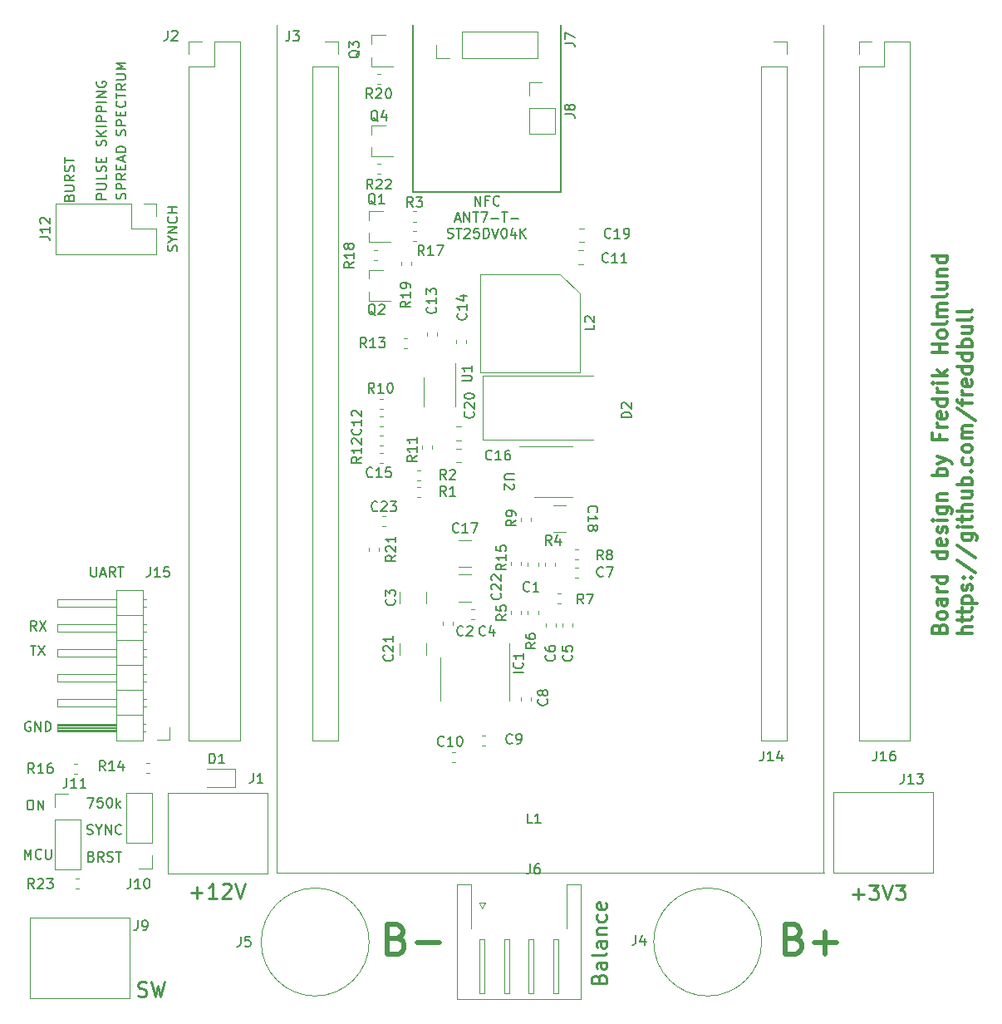
<source format=gto>
G04 #@! TF.GenerationSoftware,KiCad,Pcbnew,(5.1.5)-3*
G04 #@! TF.CreationDate,2020-08-31T23:00:58+02:00*
G04 #@! TF.ProjectId,NFC_hatch,4e46435f-6861-4746-9368-2e6b69636164,rev?*
G04 #@! TF.SameCoordinates,Original*
G04 #@! TF.FileFunction,Legend,Top*
G04 #@! TF.FilePolarity,Positive*
%FSLAX46Y46*%
G04 Gerber Fmt 4.6, Leading zero omitted, Abs format (unit mm)*
G04 Created by KiCad (PCBNEW (5.1.5)-3) date 2020-08-31 23:00:58*
%MOMM*%
%LPD*%
G04 APERTURE LIST*
%ADD10C,0.300000*%
%ADD11C,0.150000*%
%ADD12C,0.250000*%
%ADD13C,0.500000*%
%ADD14C,0.120000*%
G04 APERTURE END LIST*
D10*
X120117857Y-101947857D02*
X120189285Y-101733571D01*
X120260714Y-101662142D01*
X120403571Y-101590714D01*
X120617857Y-101590714D01*
X120760714Y-101662142D01*
X120832142Y-101733571D01*
X120903571Y-101876428D01*
X120903571Y-102447857D01*
X119403571Y-102447857D01*
X119403571Y-101947857D01*
X119475000Y-101805000D01*
X119546428Y-101733571D01*
X119689285Y-101662142D01*
X119832142Y-101662142D01*
X119975000Y-101733571D01*
X120046428Y-101805000D01*
X120117857Y-101947857D01*
X120117857Y-102447857D01*
X120903571Y-100733571D02*
X120832142Y-100876428D01*
X120760714Y-100947857D01*
X120617857Y-101019285D01*
X120189285Y-101019285D01*
X120046428Y-100947857D01*
X119975000Y-100876428D01*
X119903571Y-100733571D01*
X119903571Y-100519285D01*
X119975000Y-100376428D01*
X120046428Y-100305000D01*
X120189285Y-100233571D01*
X120617857Y-100233571D01*
X120760714Y-100305000D01*
X120832142Y-100376428D01*
X120903571Y-100519285D01*
X120903571Y-100733571D01*
X120903571Y-98947857D02*
X120117857Y-98947857D01*
X119975000Y-99019285D01*
X119903571Y-99162142D01*
X119903571Y-99447857D01*
X119975000Y-99590714D01*
X120832142Y-98947857D02*
X120903571Y-99090714D01*
X120903571Y-99447857D01*
X120832142Y-99590714D01*
X120689285Y-99662142D01*
X120546428Y-99662142D01*
X120403571Y-99590714D01*
X120332142Y-99447857D01*
X120332142Y-99090714D01*
X120260714Y-98947857D01*
X120903571Y-98233571D02*
X119903571Y-98233571D01*
X120189285Y-98233571D02*
X120046428Y-98162142D01*
X119975000Y-98090714D01*
X119903571Y-97947857D01*
X119903571Y-97805000D01*
X120903571Y-96662142D02*
X119403571Y-96662142D01*
X120832142Y-96662142D02*
X120903571Y-96805000D01*
X120903571Y-97090714D01*
X120832142Y-97233571D01*
X120760714Y-97305000D01*
X120617857Y-97376428D01*
X120189285Y-97376428D01*
X120046428Y-97305000D01*
X119975000Y-97233571D01*
X119903571Y-97090714D01*
X119903571Y-96805000D01*
X119975000Y-96662142D01*
X120903571Y-94162142D02*
X119403571Y-94162142D01*
X120832142Y-94162142D02*
X120903571Y-94305000D01*
X120903571Y-94590714D01*
X120832142Y-94733571D01*
X120760714Y-94805000D01*
X120617857Y-94876428D01*
X120189285Y-94876428D01*
X120046428Y-94805000D01*
X119975000Y-94733571D01*
X119903571Y-94590714D01*
X119903571Y-94305000D01*
X119975000Y-94162142D01*
X120832142Y-92876428D02*
X120903571Y-93019285D01*
X120903571Y-93305000D01*
X120832142Y-93447857D01*
X120689285Y-93519285D01*
X120117857Y-93519285D01*
X119975000Y-93447857D01*
X119903571Y-93305000D01*
X119903571Y-93019285D01*
X119975000Y-92876428D01*
X120117857Y-92805000D01*
X120260714Y-92805000D01*
X120403571Y-93519285D01*
X120832142Y-92233571D02*
X120903571Y-92090714D01*
X120903571Y-91805000D01*
X120832142Y-91662142D01*
X120689285Y-91590714D01*
X120617857Y-91590714D01*
X120475000Y-91662142D01*
X120403571Y-91805000D01*
X120403571Y-92019285D01*
X120332142Y-92162142D01*
X120189285Y-92233571D01*
X120117857Y-92233571D01*
X119975000Y-92162142D01*
X119903571Y-92019285D01*
X119903571Y-91805000D01*
X119975000Y-91662142D01*
X120903571Y-90947857D02*
X119903571Y-90947857D01*
X119403571Y-90947857D02*
X119475000Y-91019285D01*
X119546428Y-90947857D01*
X119475000Y-90876428D01*
X119403571Y-90947857D01*
X119546428Y-90947857D01*
X119903571Y-89590714D02*
X121117857Y-89590714D01*
X121260714Y-89662142D01*
X121332142Y-89733571D01*
X121403571Y-89876428D01*
X121403571Y-90090714D01*
X121332142Y-90233571D01*
X120832142Y-89590714D02*
X120903571Y-89733571D01*
X120903571Y-90019285D01*
X120832142Y-90162142D01*
X120760714Y-90233571D01*
X120617857Y-90305000D01*
X120189285Y-90305000D01*
X120046428Y-90233571D01*
X119975000Y-90162142D01*
X119903571Y-90019285D01*
X119903571Y-89733571D01*
X119975000Y-89590714D01*
X119903571Y-88876428D02*
X120903571Y-88876428D01*
X120046428Y-88876428D02*
X119975000Y-88805000D01*
X119903571Y-88662142D01*
X119903571Y-88447857D01*
X119975000Y-88305000D01*
X120117857Y-88233571D01*
X120903571Y-88233571D01*
X120903571Y-86376428D02*
X119403571Y-86376428D01*
X119975000Y-86376428D02*
X119903571Y-86233571D01*
X119903571Y-85947857D01*
X119975000Y-85805000D01*
X120046428Y-85733571D01*
X120189285Y-85662142D01*
X120617857Y-85662142D01*
X120760714Y-85733571D01*
X120832142Y-85805000D01*
X120903571Y-85947857D01*
X120903571Y-86233571D01*
X120832142Y-86376428D01*
X119903571Y-85162142D02*
X120903571Y-84805000D01*
X119903571Y-84447857D02*
X120903571Y-84805000D01*
X121260714Y-84947857D01*
X121332142Y-85019285D01*
X121403571Y-85162142D01*
X120117857Y-82233571D02*
X120117857Y-82733571D01*
X120903571Y-82733571D02*
X119403571Y-82733571D01*
X119403571Y-82019285D01*
X120903571Y-81447857D02*
X119903571Y-81447857D01*
X120189285Y-81447857D02*
X120046428Y-81376428D01*
X119975000Y-81305000D01*
X119903571Y-81162142D01*
X119903571Y-81019285D01*
X120832142Y-79947857D02*
X120903571Y-80090714D01*
X120903571Y-80376428D01*
X120832142Y-80519285D01*
X120689285Y-80590714D01*
X120117857Y-80590714D01*
X119975000Y-80519285D01*
X119903571Y-80376428D01*
X119903571Y-80090714D01*
X119975000Y-79947857D01*
X120117857Y-79876428D01*
X120260714Y-79876428D01*
X120403571Y-80590714D01*
X120903571Y-78590714D02*
X119403571Y-78590714D01*
X120832142Y-78590714D02*
X120903571Y-78733571D01*
X120903571Y-79019285D01*
X120832142Y-79162142D01*
X120760714Y-79233571D01*
X120617857Y-79305000D01*
X120189285Y-79305000D01*
X120046428Y-79233571D01*
X119975000Y-79162142D01*
X119903571Y-79019285D01*
X119903571Y-78733571D01*
X119975000Y-78590714D01*
X120903571Y-77876428D02*
X119903571Y-77876428D01*
X120189285Y-77876428D02*
X120046428Y-77805000D01*
X119975000Y-77733571D01*
X119903571Y-77590714D01*
X119903571Y-77447857D01*
X120903571Y-76947857D02*
X119903571Y-76947857D01*
X119403571Y-76947857D02*
X119475000Y-77019285D01*
X119546428Y-76947857D01*
X119475000Y-76876428D01*
X119403571Y-76947857D01*
X119546428Y-76947857D01*
X120903571Y-76233571D02*
X119403571Y-76233571D01*
X120332142Y-76090714D02*
X120903571Y-75662142D01*
X119903571Y-75662142D02*
X120475000Y-76233571D01*
X120903571Y-73876428D02*
X119403571Y-73876428D01*
X120117857Y-73876428D02*
X120117857Y-73019285D01*
X120903571Y-73019285D02*
X119403571Y-73019285D01*
X120903571Y-72090714D02*
X120832142Y-72233571D01*
X120760714Y-72305000D01*
X120617857Y-72376428D01*
X120189285Y-72376428D01*
X120046428Y-72305000D01*
X119975000Y-72233571D01*
X119903571Y-72090714D01*
X119903571Y-71876428D01*
X119975000Y-71733571D01*
X120046428Y-71662142D01*
X120189285Y-71590714D01*
X120617857Y-71590714D01*
X120760714Y-71662142D01*
X120832142Y-71733571D01*
X120903571Y-71876428D01*
X120903571Y-72090714D01*
X120903571Y-70733571D02*
X120832142Y-70876428D01*
X120689285Y-70947857D01*
X119403571Y-70947857D01*
X120903571Y-70162142D02*
X119903571Y-70162142D01*
X120046428Y-70162142D02*
X119975000Y-70090714D01*
X119903571Y-69947857D01*
X119903571Y-69733571D01*
X119975000Y-69590714D01*
X120117857Y-69519285D01*
X120903571Y-69519285D01*
X120117857Y-69519285D02*
X119975000Y-69447857D01*
X119903571Y-69305000D01*
X119903571Y-69090714D01*
X119975000Y-68947857D01*
X120117857Y-68876428D01*
X120903571Y-68876428D01*
X120903571Y-67947857D02*
X120832142Y-68090714D01*
X120689285Y-68162142D01*
X119403571Y-68162142D01*
X119903571Y-66733571D02*
X120903571Y-66733571D01*
X119903571Y-67376428D02*
X120689285Y-67376428D01*
X120832142Y-67305000D01*
X120903571Y-67162142D01*
X120903571Y-66947857D01*
X120832142Y-66805000D01*
X120760714Y-66733571D01*
X119903571Y-66019285D02*
X120903571Y-66019285D01*
X120046428Y-66019285D02*
X119975000Y-65947857D01*
X119903571Y-65805000D01*
X119903571Y-65590714D01*
X119975000Y-65447857D01*
X120117857Y-65376428D01*
X120903571Y-65376428D01*
X120903571Y-64019285D02*
X119403571Y-64019285D01*
X120832142Y-64019285D02*
X120903571Y-64162142D01*
X120903571Y-64447857D01*
X120832142Y-64590714D01*
X120760714Y-64662142D01*
X120617857Y-64733571D01*
X120189285Y-64733571D01*
X120046428Y-64662142D01*
X119975000Y-64590714D01*
X119903571Y-64447857D01*
X119903571Y-64162142D01*
X119975000Y-64019285D01*
X123453571Y-102447857D02*
X121953571Y-102447857D01*
X123453571Y-101805000D02*
X122667857Y-101805000D01*
X122525000Y-101876428D01*
X122453571Y-102019285D01*
X122453571Y-102233571D01*
X122525000Y-102376428D01*
X122596428Y-102447857D01*
X122453571Y-101305000D02*
X122453571Y-100733571D01*
X121953571Y-101090714D02*
X123239285Y-101090714D01*
X123382142Y-101019285D01*
X123453571Y-100876428D01*
X123453571Y-100733571D01*
X122453571Y-100447857D02*
X122453571Y-99876428D01*
X121953571Y-100233571D02*
X123239285Y-100233571D01*
X123382142Y-100162142D01*
X123453571Y-100019285D01*
X123453571Y-99876428D01*
X122453571Y-99376428D02*
X123953571Y-99376428D01*
X122525000Y-99376428D02*
X122453571Y-99233571D01*
X122453571Y-98947857D01*
X122525000Y-98805000D01*
X122596428Y-98733571D01*
X122739285Y-98662142D01*
X123167857Y-98662142D01*
X123310714Y-98733571D01*
X123382142Y-98805000D01*
X123453571Y-98947857D01*
X123453571Y-99233571D01*
X123382142Y-99376428D01*
X123382142Y-98090714D02*
X123453571Y-97947857D01*
X123453571Y-97662142D01*
X123382142Y-97519285D01*
X123239285Y-97447857D01*
X123167857Y-97447857D01*
X123025000Y-97519285D01*
X122953571Y-97662142D01*
X122953571Y-97876428D01*
X122882142Y-98019285D01*
X122739285Y-98090714D01*
X122667857Y-98090714D01*
X122525000Y-98019285D01*
X122453571Y-97876428D01*
X122453571Y-97662142D01*
X122525000Y-97519285D01*
X123310714Y-96805000D02*
X123382142Y-96733571D01*
X123453571Y-96805000D01*
X123382142Y-96876428D01*
X123310714Y-96805000D01*
X123453571Y-96805000D01*
X122525000Y-96805000D02*
X122596428Y-96733571D01*
X122667857Y-96805000D01*
X122596428Y-96876428D01*
X122525000Y-96805000D01*
X122667857Y-96805000D01*
X121882142Y-95019285D02*
X123810714Y-96305000D01*
X121882142Y-93447857D02*
X123810714Y-94733571D01*
X122453571Y-92305000D02*
X123667857Y-92305000D01*
X123810714Y-92376428D01*
X123882142Y-92447857D01*
X123953571Y-92590714D01*
X123953571Y-92805000D01*
X123882142Y-92947857D01*
X123382142Y-92305000D02*
X123453571Y-92447857D01*
X123453571Y-92733571D01*
X123382142Y-92876428D01*
X123310714Y-92947857D01*
X123167857Y-93019285D01*
X122739285Y-93019285D01*
X122596428Y-92947857D01*
X122525000Y-92876428D01*
X122453571Y-92733571D01*
X122453571Y-92447857D01*
X122525000Y-92305000D01*
X123453571Y-91590714D02*
X122453571Y-91590714D01*
X121953571Y-91590714D02*
X122025000Y-91662142D01*
X122096428Y-91590714D01*
X122025000Y-91519285D01*
X121953571Y-91590714D01*
X122096428Y-91590714D01*
X122453571Y-91090714D02*
X122453571Y-90519285D01*
X121953571Y-90876428D02*
X123239285Y-90876428D01*
X123382142Y-90805000D01*
X123453571Y-90662142D01*
X123453571Y-90519285D01*
X123453571Y-90019285D02*
X121953571Y-90019285D01*
X123453571Y-89376428D02*
X122667857Y-89376428D01*
X122525000Y-89447857D01*
X122453571Y-89590714D01*
X122453571Y-89805000D01*
X122525000Y-89947857D01*
X122596428Y-90019285D01*
X122453571Y-88019285D02*
X123453571Y-88019285D01*
X122453571Y-88662142D02*
X123239285Y-88662142D01*
X123382142Y-88590714D01*
X123453571Y-88447857D01*
X123453571Y-88233571D01*
X123382142Y-88090714D01*
X123310714Y-88019285D01*
X123453571Y-87305000D02*
X121953571Y-87305000D01*
X122525000Y-87305000D02*
X122453571Y-87162142D01*
X122453571Y-86876428D01*
X122525000Y-86733571D01*
X122596428Y-86662142D01*
X122739285Y-86590714D01*
X123167857Y-86590714D01*
X123310714Y-86662142D01*
X123382142Y-86733571D01*
X123453571Y-86876428D01*
X123453571Y-87162142D01*
X123382142Y-87305000D01*
X123310714Y-85947857D02*
X123382142Y-85876428D01*
X123453571Y-85947857D01*
X123382142Y-86019285D01*
X123310714Y-85947857D01*
X123453571Y-85947857D01*
X123382142Y-84590714D02*
X123453571Y-84733571D01*
X123453571Y-85019285D01*
X123382142Y-85162142D01*
X123310714Y-85233571D01*
X123167857Y-85305000D01*
X122739285Y-85305000D01*
X122596428Y-85233571D01*
X122525000Y-85162142D01*
X122453571Y-85019285D01*
X122453571Y-84733571D01*
X122525000Y-84590714D01*
X123453571Y-83733571D02*
X123382142Y-83876428D01*
X123310714Y-83947857D01*
X123167857Y-84019285D01*
X122739285Y-84019285D01*
X122596428Y-83947857D01*
X122525000Y-83876428D01*
X122453571Y-83733571D01*
X122453571Y-83519285D01*
X122525000Y-83376428D01*
X122596428Y-83305000D01*
X122739285Y-83233571D01*
X123167857Y-83233571D01*
X123310714Y-83305000D01*
X123382142Y-83376428D01*
X123453571Y-83519285D01*
X123453571Y-83733571D01*
X123453571Y-82590714D02*
X122453571Y-82590714D01*
X122596428Y-82590714D02*
X122525000Y-82519285D01*
X122453571Y-82376428D01*
X122453571Y-82162142D01*
X122525000Y-82019285D01*
X122667857Y-81947857D01*
X123453571Y-81947857D01*
X122667857Y-81947857D02*
X122525000Y-81876428D01*
X122453571Y-81733571D01*
X122453571Y-81519285D01*
X122525000Y-81376428D01*
X122667857Y-81305000D01*
X123453571Y-81305000D01*
X121882142Y-79519285D02*
X123810714Y-80805000D01*
X122453571Y-79233571D02*
X122453571Y-78662142D01*
X123453571Y-79019285D02*
X122167857Y-79019285D01*
X122025000Y-78947857D01*
X121953571Y-78805000D01*
X121953571Y-78662142D01*
X123453571Y-78162142D02*
X122453571Y-78162142D01*
X122739285Y-78162142D02*
X122596428Y-78090714D01*
X122525000Y-78019285D01*
X122453571Y-77876428D01*
X122453571Y-77733571D01*
X123382142Y-76662142D02*
X123453571Y-76805000D01*
X123453571Y-77090714D01*
X123382142Y-77233571D01*
X123239285Y-77305000D01*
X122667857Y-77305000D01*
X122525000Y-77233571D01*
X122453571Y-77090714D01*
X122453571Y-76805000D01*
X122525000Y-76662142D01*
X122667857Y-76590714D01*
X122810714Y-76590714D01*
X122953571Y-77305000D01*
X123453571Y-75305000D02*
X121953571Y-75305000D01*
X123382142Y-75305000D02*
X123453571Y-75447857D01*
X123453571Y-75733571D01*
X123382142Y-75876428D01*
X123310714Y-75947857D01*
X123167857Y-76019285D01*
X122739285Y-76019285D01*
X122596428Y-75947857D01*
X122525000Y-75876428D01*
X122453571Y-75733571D01*
X122453571Y-75447857D01*
X122525000Y-75305000D01*
X123453571Y-73947857D02*
X121953571Y-73947857D01*
X123382142Y-73947857D02*
X123453571Y-74090714D01*
X123453571Y-74376428D01*
X123382142Y-74519285D01*
X123310714Y-74590714D01*
X123167857Y-74662142D01*
X122739285Y-74662142D01*
X122596428Y-74590714D01*
X122525000Y-74519285D01*
X122453571Y-74376428D01*
X122453571Y-74090714D01*
X122525000Y-73947857D01*
X123453571Y-73233571D02*
X121953571Y-73233571D01*
X122525000Y-73233571D02*
X122453571Y-73090714D01*
X122453571Y-72805000D01*
X122525000Y-72662142D01*
X122596428Y-72590714D01*
X122739285Y-72519285D01*
X123167857Y-72519285D01*
X123310714Y-72590714D01*
X123382142Y-72662142D01*
X123453571Y-72805000D01*
X123453571Y-73090714D01*
X123382142Y-73233571D01*
X122453571Y-71233571D02*
X123453571Y-71233571D01*
X122453571Y-71876428D02*
X123239285Y-71876428D01*
X123382142Y-71805000D01*
X123453571Y-71662142D01*
X123453571Y-71447857D01*
X123382142Y-71305000D01*
X123310714Y-71233571D01*
X123453571Y-70305000D02*
X123382142Y-70447857D01*
X123239285Y-70519285D01*
X121953571Y-70519285D01*
X123453571Y-69519285D02*
X123382142Y-69662142D01*
X123239285Y-69733571D01*
X121953571Y-69733571D01*
D11*
X33654761Y-95702380D02*
X33654761Y-96511904D01*
X33702380Y-96607142D01*
X33750000Y-96654761D01*
X33845238Y-96702380D01*
X34035714Y-96702380D01*
X34130952Y-96654761D01*
X34178571Y-96607142D01*
X34226190Y-96511904D01*
X34226190Y-95702380D01*
X34654761Y-96416666D02*
X35130952Y-96416666D01*
X34559523Y-96702380D02*
X34892857Y-95702380D01*
X35226190Y-96702380D01*
X36130952Y-96702380D02*
X35797619Y-96226190D01*
X35559523Y-96702380D02*
X35559523Y-95702380D01*
X35940476Y-95702380D01*
X36035714Y-95750000D01*
X36083333Y-95797619D01*
X36130952Y-95892857D01*
X36130952Y-96035714D01*
X36083333Y-96130952D01*
X36035714Y-96178571D01*
X35940476Y-96226190D01*
X35559523Y-96226190D01*
X36416666Y-95702380D02*
X36988095Y-95702380D01*
X36702380Y-96702380D02*
X36702380Y-95702380D01*
X42404761Y-63511904D02*
X42452380Y-63369047D01*
X42452380Y-63130952D01*
X42404761Y-63035714D01*
X42357142Y-62988095D01*
X42261904Y-62940476D01*
X42166666Y-62940476D01*
X42071428Y-62988095D01*
X42023809Y-63035714D01*
X41976190Y-63130952D01*
X41928571Y-63321428D01*
X41880952Y-63416666D01*
X41833333Y-63464285D01*
X41738095Y-63511904D01*
X41642857Y-63511904D01*
X41547619Y-63464285D01*
X41500000Y-63416666D01*
X41452380Y-63321428D01*
X41452380Y-63083333D01*
X41500000Y-62940476D01*
X41976190Y-62321428D02*
X42452380Y-62321428D01*
X41452380Y-62654761D02*
X41976190Y-62321428D01*
X41452380Y-61988095D01*
X42452380Y-61654761D02*
X41452380Y-61654761D01*
X42452380Y-61083333D01*
X41452380Y-61083333D01*
X42357142Y-60035714D02*
X42404761Y-60083333D01*
X42452380Y-60226190D01*
X42452380Y-60321428D01*
X42404761Y-60464285D01*
X42309523Y-60559523D01*
X42214285Y-60607142D01*
X42023809Y-60654761D01*
X41880952Y-60654761D01*
X41690476Y-60607142D01*
X41595238Y-60559523D01*
X41500000Y-60464285D01*
X41452380Y-60321428D01*
X41452380Y-60226190D01*
X41500000Y-60083333D01*
X41547619Y-60035714D01*
X42452380Y-59607142D02*
X41452380Y-59607142D01*
X41928571Y-59607142D02*
X41928571Y-59035714D01*
X42452380Y-59035714D02*
X41452380Y-59035714D01*
X37154761Y-58202380D02*
X37202380Y-58059523D01*
X37202380Y-57821428D01*
X37154761Y-57726190D01*
X37107142Y-57678571D01*
X37011904Y-57630952D01*
X36916666Y-57630952D01*
X36821428Y-57678571D01*
X36773809Y-57726190D01*
X36726190Y-57821428D01*
X36678571Y-58011904D01*
X36630952Y-58107142D01*
X36583333Y-58154761D01*
X36488095Y-58202380D01*
X36392857Y-58202380D01*
X36297619Y-58154761D01*
X36250000Y-58107142D01*
X36202380Y-58011904D01*
X36202380Y-57773809D01*
X36250000Y-57630952D01*
X37202380Y-57202380D02*
X36202380Y-57202380D01*
X36202380Y-56821428D01*
X36250000Y-56726190D01*
X36297619Y-56678571D01*
X36392857Y-56630952D01*
X36535714Y-56630952D01*
X36630952Y-56678571D01*
X36678571Y-56726190D01*
X36726190Y-56821428D01*
X36726190Y-57202380D01*
X37202380Y-55630952D02*
X36726190Y-55964285D01*
X37202380Y-56202380D02*
X36202380Y-56202380D01*
X36202380Y-55821428D01*
X36250000Y-55726190D01*
X36297619Y-55678571D01*
X36392857Y-55630952D01*
X36535714Y-55630952D01*
X36630952Y-55678571D01*
X36678571Y-55726190D01*
X36726190Y-55821428D01*
X36726190Y-56202380D01*
X36678571Y-55202380D02*
X36678571Y-54869047D01*
X37202380Y-54726190D02*
X37202380Y-55202380D01*
X36202380Y-55202380D01*
X36202380Y-54726190D01*
X36916666Y-54345238D02*
X36916666Y-53869047D01*
X37202380Y-54440476D02*
X36202380Y-54107142D01*
X37202380Y-53773809D01*
X37202380Y-53440476D02*
X36202380Y-53440476D01*
X36202380Y-53202380D01*
X36250000Y-53059523D01*
X36345238Y-52964285D01*
X36440476Y-52916666D01*
X36630952Y-52869047D01*
X36773809Y-52869047D01*
X36964285Y-52916666D01*
X37059523Y-52964285D01*
X37154761Y-53059523D01*
X37202380Y-53202380D01*
X37202380Y-53440476D01*
X37154761Y-51726190D02*
X37202380Y-51583333D01*
X37202380Y-51345238D01*
X37154761Y-51250000D01*
X37107142Y-51202380D01*
X37011904Y-51154761D01*
X36916666Y-51154761D01*
X36821428Y-51202380D01*
X36773809Y-51250000D01*
X36726190Y-51345238D01*
X36678571Y-51535714D01*
X36630952Y-51630952D01*
X36583333Y-51678571D01*
X36488095Y-51726190D01*
X36392857Y-51726190D01*
X36297619Y-51678571D01*
X36250000Y-51630952D01*
X36202380Y-51535714D01*
X36202380Y-51297619D01*
X36250000Y-51154761D01*
X37202380Y-50726190D02*
X36202380Y-50726190D01*
X36202380Y-50345238D01*
X36250000Y-50250000D01*
X36297619Y-50202380D01*
X36392857Y-50154761D01*
X36535714Y-50154761D01*
X36630952Y-50202380D01*
X36678571Y-50250000D01*
X36726190Y-50345238D01*
X36726190Y-50726190D01*
X36678571Y-49726190D02*
X36678571Y-49392857D01*
X37202380Y-49250000D02*
X37202380Y-49726190D01*
X36202380Y-49726190D01*
X36202380Y-49250000D01*
X37107142Y-48250000D02*
X37154761Y-48297619D01*
X37202380Y-48440476D01*
X37202380Y-48535714D01*
X37154761Y-48678571D01*
X37059523Y-48773809D01*
X36964285Y-48821428D01*
X36773809Y-48869047D01*
X36630952Y-48869047D01*
X36440476Y-48821428D01*
X36345238Y-48773809D01*
X36250000Y-48678571D01*
X36202380Y-48535714D01*
X36202380Y-48440476D01*
X36250000Y-48297619D01*
X36297619Y-48250000D01*
X36202380Y-47964285D02*
X36202380Y-47392857D01*
X37202380Y-47678571D02*
X36202380Y-47678571D01*
X37202380Y-46488095D02*
X36726190Y-46821428D01*
X37202380Y-47059523D02*
X36202380Y-47059523D01*
X36202380Y-46678571D01*
X36250000Y-46583333D01*
X36297619Y-46535714D01*
X36392857Y-46488095D01*
X36535714Y-46488095D01*
X36630952Y-46535714D01*
X36678571Y-46583333D01*
X36726190Y-46678571D01*
X36726190Y-47059523D01*
X36202380Y-46059523D02*
X37011904Y-46059523D01*
X37107142Y-46011904D01*
X37154761Y-45964285D01*
X37202380Y-45869047D01*
X37202380Y-45678571D01*
X37154761Y-45583333D01*
X37107142Y-45535714D01*
X37011904Y-45488095D01*
X36202380Y-45488095D01*
X37202380Y-45011904D02*
X36202380Y-45011904D01*
X36916666Y-44678571D01*
X36202380Y-44345238D01*
X37202380Y-44345238D01*
X35202380Y-58226190D02*
X34202380Y-58226190D01*
X34202380Y-57845238D01*
X34250000Y-57750000D01*
X34297619Y-57702380D01*
X34392857Y-57654761D01*
X34535714Y-57654761D01*
X34630952Y-57702380D01*
X34678571Y-57750000D01*
X34726190Y-57845238D01*
X34726190Y-58226190D01*
X34202380Y-57226190D02*
X35011904Y-57226190D01*
X35107142Y-57178571D01*
X35154761Y-57130952D01*
X35202380Y-57035714D01*
X35202380Y-56845238D01*
X35154761Y-56750000D01*
X35107142Y-56702380D01*
X35011904Y-56654761D01*
X34202380Y-56654761D01*
X35202380Y-55702380D02*
X35202380Y-56178571D01*
X34202380Y-56178571D01*
X35154761Y-55416666D02*
X35202380Y-55273809D01*
X35202380Y-55035714D01*
X35154761Y-54940476D01*
X35107142Y-54892857D01*
X35011904Y-54845238D01*
X34916666Y-54845238D01*
X34821428Y-54892857D01*
X34773809Y-54940476D01*
X34726190Y-55035714D01*
X34678571Y-55226190D01*
X34630952Y-55321428D01*
X34583333Y-55369047D01*
X34488095Y-55416666D01*
X34392857Y-55416666D01*
X34297619Y-55369047D01*
X34250000Y-55321428D01*
X34202380Y-55226190D01*
X34202380Y-54988095D01*
X34250000Y-54845238D01*
X34678571Y-54416666D02*
X34678571Y-54083333D01*
X35202380Y-53940476D02*
X35202380Y-54416666D01*
X34202380Y-54416666D01*
X34202380Y-53940476D01*
X35154761Y-52797619D02*
X35202380Y-52654761D01*
X35202380Y-52416666D01*
X35154761Y-52321428D01*
X35107142Y-52273809D01*
X35011904Y-52226190D01*
X34916666Y-52226190D01*
X34821428Y-52273809D01*
X34773809Y-52321428D01*
X34726190Y-52416666D01*
X34678571Y-52607142D01*
X34630952Y-52702380D01*
X34583333Y-52750000D01*
X34488095Y-52797619D01*
X34392857Y-52797619D01*
X34297619Y-52750000D01*
X34250000Y-52702380D01*
X34202380Y-52607142D01*
X34202380Y-52369047D01*
X34250000Y-52226190D01*
X35202380Y-51797619D02*
X34202380Y-51797619D01*
X35202380Y-51226190D02*
X34630952Y-51654761D01*
X34202380Y-51226190D02*
X34773809Y-51797619D01*
X35202380Y-50797619D02*
X34202380Y-50797619D01*
X35202380Y-50321428D02*
X34202380Y-50321428D01*
X34202380Y-49940476D01*
X34250000Y-49845238D01*
X34297619Y-49797619D01*
X34392857Y-49750000D01*
X34535714Y-49750000D01*
X34630952Y-49797619D01*
X34678571Y-49845238D01*
X34726190Y-49940476D01*
X34726190Y-50321428D01*
X35202380Y-49321428D02*
X34202380Y-49321428D01*
X34202380Y-48940476D01*
X34250000Y-48845238D01*
X34297619Y-48797619D01*
X34392857Y-48750000D01*
X34535714Y-48750000D01*
X34630952Y-48797619D01*
X34678571Y-48845238D01*
X34726190Y-48940476D01*
X34726190Y-49321428D01*
X35202380Y-48321428D02*
X34202380Y-48321428D01*
X35202380Y-47845238D02*
X34202380Y-47845238D01*
X35202380Y-47273809D01*
X34202380Y-47273809D01*
X34250000Y-46273809D02*
X34202380Y-46369047D01*
X34202380Y-46511904D01*
X34250000Y-46654761D01*
X34345238Y-46750000D01*
X34440476Y-46797619D01*
X34630952Y-46845238D01*
X34773809Y-46845238D01*
X34964285Y-46797619D01*
X35059523Y-46750000D01*
X35154761Y-46654761D01*
X35202380Y-46511904D01*
X35202380Y-46416666D01*
X35154761Y-46273809D01*
X35107142Y-46226190D01*
X34773809Y-46226190D01*
X34773809Y-46416666D01*
X31428571Y-58059523D02*
X31476190Y-57916666D01*
X31523809Y-57869047D01*
X31619047Y-57821428D01*
X31761904Y-57821428D01*
X31857142Y-57869047D01*
X31904761Y-57916666D01*
X31952380Y-58011904D01*
X31952380Y-58392857D01*
X30952380Y-58392857D01*
X30952380Y-58059523D01*
X31000000Y-57964285D01*
X31047619Y-57916666D01*
X31142857Y-57869047D01*
X31238095Y-57869047D01*
X31333333Y-57916666D01*
X31380952Y-57964285D01*
X31428571Y-58059523D01*
X31428571Y-58392857D01*
X30952380Y-57392857D02*
X31761904Y-57392857D01*
X31857142Y-57345238D01*
X31904761Y-57297619D01*
X31952380Y-57202380D01*
X31952380Y-57011904D01*
X31904761Y-56916666D01*
X31857142Y-56869047D01*
X31761904Y-56821428D01*
X30952380Y-56821428D01*
X31952380Y-55773809D02*
X31476190Y-56107142D01*
X31952380Y-56345238D02*
X30952380Y-56345238D01*
X30952380Y-55964285D01*
X31000000Y-55869047D01*
X31047619Y-55821428D01*
X31142857Y-55773809D01*
X31285714Y-55773809D01*
X31380952Y-55821428D01*
X31428571Y-55869047D01*
X31476190Y-55964285D01*
X31476190Y-56345238D01*
X31904761Y-55392857D02*
X31952380Y-55250000D01*
X31952380Y-55011904D01*
X31904761Y-54916666D01*
X31857142Y-54869047D01*
X31761904Y-54821428D01*
X31666666Y-54821428D01*
X31571428Y-54869047D01*
X31523809Y-54916666D01*
X31476190Y-55011904D01*
X31428571Y-55202380D01*
X31380952Y-55297619D01*
X31333333Y-55345238D01*
X31238095Y-55392857D01*
X31142857Y-55392857D01*
X31047619Y-55345238D01*
X31000000Y-55297619D01*
X30952380Y-55202380D01*
X30952380Y-54964285D01*
X31000000Y-54821428D01*
X30952380Y-54535714D02*
X30952380Y-53964285D01*
X31952380Y-54250000D02*
X30952380Y-54250000D01*
X33309523Y-119202380D02*
X33976190Y-119202380D01*
X33547619Y-120202380D01*
X34833333Y-119202380D02*
X34357142Y-119202380D01*
X34309523Y-119678571D01*
X34357142Y-119630952D01*
X34452380Y-119583333D01*
X34690476Y-119583333D01*
X34785714Y-119630952D01*
X34833333Y-119678571D01*
X34880952Y-119773809D01*
X34880952Y-120011904D01*
X34833333Y-120107142D01*
X34785714Y-120154761D01*
X34690476Y-120202380D01*
X34452380Y-120202380D01*
X34357142Y-120154761D01*
X34309523Y-120107142D01*
X35500000Y-119202380D02*
X35595238Y-119202380D01*
X35690476Y-119250000D01*
X35738095Y-119297619D01*
X35785714Y-119392857D01*
X35833333Y-119583333D01*
X35833333Y-119821428D01*
X35785714Y-120011904D01*
X35738095Y-120107142D01*
X35690476Y-120154761D01*
X35595238Y-120202380D01*
X35500000Y-120202380D01*
X35404761Y-120154761D01*
X35357142Y-120107142D01*
X35309523Y-120011904D01*
X35261904Y-119821428D01*
X35261904Y-119583333D01*
X35309523Y-119392857D01*
X35357142Y-119297619D01*
X35404761Y-119250000D01*
X35500000Y-119202380D01*
X36261904Y-120202380D02*
X36261904Y-119202380D01*
X36357142Y-119821428D02*
X36642857Y-120202380D01*
X36642857Y-119535714D02*
X36261904Y-119916666D01*
X33261904Y-122904761D02*
X33404761Y-122952380D01*
X33642857Y-122952380D01*
X33738095Y-122904761D01*
X33785714Y-122857142D01*
X33833333Y-122761904D01*
X33833333Y-122666666D01*
X33785714Y-122571428D01*
X33738095Y-122523809D01*
X33642857Y-122476190D01*
X33452380Y-122428571D01*
X33357142Y-122380952D01*
X33309523Y-122333333D01*
X33261904Y-122238095D01*
X33261904Y-122142857D01*
X33309523Y-122047619D01*
X33357142Y-122000000D01*
X33452380Y-121952380D01*
X33690476Y-121952380D01*
X33833333Y-122000000D01*
X34452380Y-122476190D02*
X34452380Y-122952380D01*
X34119047Y-121952380D02*
X34452380Y-122476190D01*
X34785714Y-121952380D01*
X35119047Y-122952380D02*
X35119047Y-121952380D01*
X35690476Y-122952380D01*
X35690476Y-121952380D01*
X36738095Y-122857142D02*
X36690476Y-122904761D01*
X36547619Y-122952380D01*
X36452380Y-122952380D01*
X36309523Y-122904761D01*
X36214285Y-122809523D01*
X36166666Y-122714285D01*
X36119047Y-122523809D01*
X36119047Y-122380952D01*
X36166666Y-122190476D01*
X36214285Y-122095238D01*
X36309523Y-122000000D01*
X36452380Y-121952380D01*
X36547619Y-121952380D01*
X36690476Y-122000000D01*
X36738095Y-122047619D01*
X33714285Y-125178571D02*
X33857142Y-125226190D01*
X33904761Y-125273809D01*
X33952380Y-125369047D01*
X33952380Y-125511904D01*
X33904761Y-125607142D01*
X33857142Y-125654761D01*
X33761904Y-125702380D01*
X33380952Y-125702380D01*
X33380952Y-124702380D01*
X33714285Y-124702380D01*
X33809523Y-124750000D01*
X33857142Y-124797619D01*
X33904761Y-124892857D01*
X33904761Y-124988095D01*
X33857142Y-125083333D01*
X33809523Y-125130952D01*
X33714285Y-125178571D01*
X33380952Y-125178571D01*
X34952380Y-125702380D02*
X34619047Y-125226190D01*
X34380952Y-125702380D02*
X34380952Y-124702380D01*
X34761904Y-124702380D01*
X34857142Y-124750000D01*
X34904761Y-124797619D01*
X34952380Y-124892857D01*
X34952380Y-125035714D01*
X34904761Y-125130952D01*
X34857142Y-125178571D01*
X34761904Y-125226190D01*
X34380952Y-125226190D01*
X35333333Y-125654761D02*
X35476190Y-125702380D01*
X35714285Y-125702380D01*
X35809523Y-125654761D01*
X35857142Y-125607142D01*
X35904761Y-125511904D01*
X35904761Y-125416666D01*
X35857142Y-125321428D01*
X35809523Y-125273809D01*
X35714285Y-125226190D01*
X35523809Y-125178571D01*
X35428571Y-125130952D01*
X35380952Y-125083333D01*
X35333333Y-124988095D01*
X35333333Y-124892857D01*
X35380952Y-124797619D01*
X35428571Y-124750000D01*
X35523809Y-124702380D01*
X35761904Y-124702380D01*
X35904761Y-124750000D01*
X36190476Y-124702380D02*
X36761904Y-124702380D01*
X36476190Y-125702380D02*
X36476190Y-124702380D01*
X26892857Y-125452380D02*
X26892857Y-124452380D01*
X27226190Y-125166666D01*
X27559523Y-124452380D01*
X27559523Y-125452380D01*
X28607142Y-125357142D02*
X28559523Y-125404761D01*
X28416666Y-125452380D01*
X28321428Y-125452380D01*
X28178571Y-125404761D01*
X28083333Y-125309523D01*
X28035714Y-125214285D01*
X27988095Y-125023809D01*
X27988095Y-124880952D01*
X28035714Y-124690476D01*
X28083333Y-124595238D01*
X28178571Y-124500000D01*
X28321428Y-124452380D01*
X28416666Y-124452380D01*
X28559523Y-124500000D01*
X28607142Y-124547619D01*
X29035714Y-124452380D02*
X29035714Y-125261904D01*
X29083333Y-125357142D01*
X29130952Y-125404761D01*
X29226190Y-125452380D01*
X29416666Y-125452380D01*
X29511904Y-125404761D01*
X29559523Y-125357142D01*
X29607142Y-125261904D01*
X29607142Y-124452380D01*
X27380952Y-119452380D02*
X27571428Y-119452380D01*
X27666666Y-119500000D01*
X27761904Y-119595238D01*
X27809523Y-119785714D01*
X27809523Y-120119047D01*
X27761904Y-120309523D01*
X27666666Y-120404761D01*
X27571428Y-120452380D01*
X27380952Y-120452380D01*
X27285714Y-120404761D01*
X27190476Y-120309523D01*
X27142857Y-120119047D01*
X27142857Y-119785714D01*
X27190476Y-119595238D01*
X27285714Y-119500000D01*
X27380952Y-119452380D01*
X28238095Y-120452380D02*
X28238095Y-119452380D01*
X28809523Y-120452380D01*
X28809523Y-119452380D01*
X28083333Y-102202380D02*
X27750000Y-101726190D01*
X27511904Y-102202380D02*
X27511904Y-101202380D01*
X27892857Y-101202380D01*
X27988095Y-101250000D01*
X28035714Y-101297619D01*
X28083333Y-101392857D01*
X28083333Y-101535714D01*
X28035714Y-101630952D01*
X27988095Y-101678571D01*
X27892857Y-101726190D01*
X27511904Y-101726190D01*
X28416666Y-101202380D02*
X29083333Y-102202380D01*
X29083333Y-101202380D02*
X28416666Y-102202380D01*
X27488095Y-103702380D02*
X28059523Y-103702380D01*
X27773809Y-104702380D02*
X27773809Y-103702380D01*
X28297619Y-103702380D02*
X28964285Y-104702380D01*
X28964285Y-103702380D02*
X28297619Y-104702380D01*
X27488095Y-111500000D02*
X27392857Y-111452380D01*
X27250000Y-111452380D01*
X27107142Y-111500000D01*
X27011904Y-111595238D01*
X26964285Y-111690476D01*
X26916666Y-111880952D01*
X26916666Y-112023809D01*
X26964285Y-112214285D01*
X27011904Y-112309523D01*
X27107142Y-112404761D01*
X27250000Y-112452380D01*
X27345238Y-112452380D01*
X27488095Y-112404761D01*
X27535714Y-112357142D01*
X27535714Y-112023809D01*
X27345238Y-112023809D01*
X27964285Y-112452380D02*
X27964285Y-111452380D01*
X28535714Y-112452380D01*
X28535714Y-111452380D01*
X29011904Y-112452380D02*
X29011904Y-111452380D01*
X29250000Y-111452380D01*
X29392857Y-111500000D01*
X29488095Y-111595238D01*
X29535714Y-111690476D01*
X29583333Y-111880952D01*
X29583333Y-112023809D01*
X29535714Y-112214285D01*
X29488095Y-112309523D01*
X29392857Y-112404761D01*
X29250000Y-112452380D01*
X29011904Y-112452380D01*
D12*
X38464285Y-139357142D02*
X38678571Y-139428571D01*
X39035714Y-139428571D01*
X39178571Y-139357142D01*
X39250000Y-139285714D01*
X39321428Y-139142857D01*
X39321428Y-139000000D01*
X39250000Y-138857142D01*
X39178571Y-138785714D01*
X39035714Y-138714285D01*
X38750000Y-138642857D01*
X38607142Y-138571428D01*
X38535714Y-138500000D01*
X38464285Y-138357142D01*
X38464285Y-138214285D01*
X38535714Y-138071428D01*
X38607142Y-138000000D01*
X38750000Y-137928571D01*
X39107142Y-137928571D01*
X39321428Y-138000000D01*
X39821428Y-137928571D02*
X40178571Y-139428571D01*
X40464285Y-138357142D01*
X40750000Y-139428571D01*
X41107142Y-137928571D01*
X43857142Y-128857142D02*
X45000000Y-128857142D01*
X44428571Y-129428571D02*
X44428571Y-128285714D01*
X46500000Y-129428571D02*
X45642857Y-129428571D01*
X46071428Y-129428571D02*
X46071428Y-127928571D01*
X45928571Y-128142857D01*
X45785714Y-128285714D01*
X45642857Y-128357142D01*
X47071428Y-128071428D02*
X47142857Y-128000000D01*
X47285714Y-127928571D01*
X47642857Y-127928571D01*
X47785714Y-128000000D01*
X47857142Y-128071428D01*
X47928571Y-128214285D01*
X47928571Y-128357142D01*
X47857142Y-128571428D01*
X47000000Y-129428571D01*
X47928571Y-129428571D01*
X48357142Y-127928571D02*
X48857142Y-129428571D01*
X49357142Y-127928571D01*
X111257142Y-129007142D02*
X112400000Y-129007142D01*
X111828571Y-129578571D02*
X111828571Y-128435714D01*
X112971428Y-128078571D02*
X113900000Y-128078571D01*
X113400000Y-128650000D01*
X113614285Y-128650000D01*
X113757142Y-128721428D01*
X113828571Y-128792857D01*
X113900000Y-128935714D01*
X113900000Y-129292857D01*
X113828571Y-129435714D01*
X113757142Y-129507142D01*
X113614285Y-129578571D01*
X113185714Y-129578571D01*
X113042857Y-129507142D01*
X112971428Y-129435714D01*
X114328571Y-128078571D02*
X114828571Y-129578571D01*
X115328571Y-128078571D01*
X115685714Y-128078571D02*
X116614285Y-128078571D01*
X116114285Y-128650000D01*
X116328571Y-128650000D01*
X116471428Y-128721428D01*
X116542857Y-128792857D01*
X116614285Y-128935714D01*
X116614285Y-129292857D01*
X116542857Y-129435714D01*
X116471428Y-129507142D01*
X116328571Y-129578571D01*
X115900000Y-129578571D01*
X115757142Y-129507142D01*
X115685714Y-129435714D01*
D11*
X81500000Y-57500000D02*
X81500000Y-40500000D01*
X66500000Y-57500000D02*
X81500000Y-57500000D01*
X66500000Y-40500000D02*
X66500000Y-57500000D01*
D12*
X85392857Y-137607142D02*
X85464285Y-137392857D01*
X85535714Y-137321428D01*
X85678571Y-137250000D01*
X85892857Y-137250000D01*
X86035714Y-137321428D01*
X86107142Y-137392857D01*
X86178571Y-137535714D01*
X86178571Y-138107142D01*
X84678571Y-138107142D01*
X84678571Y-137607142D01*
X84750000Y-137464285D01*
X84821428Y-137392857D01*
X84964285Y-137321428D01*
X85107142Y-137321428D01*
X85250000Y-137392857D01*
X85321428Y-137464285D01*
X85392857Y-137607142D01*
X85392857Y-138107142D01*
X86178571Y-135964285D02*
X85392857Y-135964285D01*
X85250000Y-136035714D01*
X85178571Y-136178571D01*
X85178571Y-136464285D01*
X85250000Y-136607142D01*
X86107142Y-135964285D02*
X86178571Y-136107142D01*
X86178571Y-136464285D01*
X86107142Y-136607142D01*
X85964285Y-136678571D01*
X85821428Y-136678571D01*
X85678571Y-136607142D01*
X85607142Y-136464285D01*
X85607142Y-136107142D01*
X85535714Y-135964285D01*
X86178571Y-135035714D02*
X86107142Y-135178571D01*
X85964285Y-135250000D01*
X84678571Y-135250000D01*
X86178571Y-133821428D02*
X85392857Y-133821428D01*
X85250000Y-133892857D01*
X85178571Y-134035714D01*
X85178571Y-134321428D01*
X85250000Y-134464285D01*
X86107142Y-133821428D02*
X86178571Y-133964285D01*
X86178571Y-134321428D01*
X86107142Y-134464285D01*
X85964285Y-134535714D01*
X85821428Y-134535714D01*
X85678571Y-134464285D01*
X85607142Y-134321428D01*
X85607142Y-133964285D01*
X85535714Y-133821428D01*
X85178571Y-133107142D02*
X86178571Y-133107142D01*
X85321428Y-133107142D02*
X85250000Y-133035714D01*
X85178571Y-132892857D01*
X85178571Y-132678571D01*
X85250000Y-132535714D01*
X85392857Y-132464285D01*
X86178571Y-132464285D01*
X86107142Y-131107142D02*
X86178571Y-131250000D01*
X86178571Y-131535714D01*
X86107142Y-131678571D01*
X86035714Y-131750000D01*
X85892857Y-131821428D01*
X85464285Y-131821428D01*
X85321428Y-131750000D01*
X85250000Y-131678571D01*
X85178571Y-131535714D01*
X85178571Y-131250000D01*
X85250000Y-131107142D01*
X86107142Y-129892857D02*
X86178571Y-130035714D01*
X86178571Y-130321428D01*
X86107142Y-130464285D01*
X85964285Y-130535714D01*
X85392857Y-130535714D01*
X85250000Y-130464285D01*
X85178571Y-130321428D01*
X85178571Y-130035714D01*
X85250000Y-129892857D01*
X85392857Y-129821428D01*
X85535714Y-129821428D01*
X85678571Y-130535714D01*
D13*
X105357142Y-133535714D02*
X105785714Y-133678571D01*
X105928571Y-133821428D01*
X106071428Y-134107142D01*
X106071428Y-134535714D01*
X105928571Y-134821428D01*
X105785714Y-134964285D01*
X105500000Y-135107142D01*
X104357142Y-135107142D01*
X104357142Y-132107142D01*
X105357142Y-132107142D01*
X105642857Y-132250000D01*
X105785714Y-132392857D01*
X105928571Y-132678571D01*
X105928571Y-132964285D01*
X105785714Y-133250000D01*
X105642857Y-133392857D01*
X105357142Y-133535714D01*
X104357142Y-133535714D01*
X107357142Y-133964285D02*
X109642857Y-133964285D01*
X108500000Y-135107142D02*
X108500000Y-132821428D01*
X64857142Y-133535714D02*
X65285714Y-133678571D01*
X65428571Y-133821428D01*
X65571428Y-134107142D01*
X65571428Y-134535714D01*
X65428571Y-134821428D01*
X65285714Y-134964285D01*
X65000000Y-135107142D01*
X63857142Y-135107142D01*
X63857142Y-132107142D01*
X64857142Y-132107142D01*
X65142857Y-132250000D01*
X65285714Y-132392857D01*
X65428571Y-132678571D01*
X65428571Y-132964285D01*
X65285714Y-133250000D01*
X65142857Y-133392857D01*
X64857142Y-133535714D01*
X63857142Y-133535714D01*
X66857142Y-133964285D02*
X69142857Y-133964285D01*
D11*
X72785714Y-58902380D02*
X72785714Y-57902380D01*
X73357142Y-58902380D01*
X73357142Y-57902380D01*
X74166666Y-58378571D02*
X73833333Y-58378571D01*
X73833333Y-58902380D02*
X73833333Y-57902380D01*
X74309523Y-57902380D01*
X75261904Y-58807142D02*
X75214285Y-58854761D01*
X75071428Y-58902380D01*
X74976190Y-58902380D01*
X74833333Y-58854761D01*
X74738095Y-58759523D01*
X74690476Y-58664285D01*
X74642857Y-58473809D01*
X74642857Y-58330952D01*
X74690476Y-58140476D01*
X74738095Y-58045238D01*
X74833333Y-57950000D01*
X74976190Y-57902380D01*
X75071428Y-57902380D01*
X75214285Y-57950000D01*
X75261904Y-57997619D01*
X70761904Y-60266666D02*
X71238095Y-60266666D01*
X70666666Y-60552380D02*
X71000000Y-59552380D01*
X71333333Y-60552380D01*
X71666666Y-60552380D02*
X71666666Y-59552380D01*
X72238095Y-60552380D01*
X72238095Y-59552380D01*
X72571428Y-59552380D02*
X73142857Y-59552380D01*
X72857142Y-60552380D02*
X72857142Y-59552380D01*
X73380952Y-59552380D02*
X74047619Y-59552380D01*
X73619047Y-60552380D01*
X74428571Y-60171428D02*
X75190476Y-60171428D01*
X75523809Y-59552380D02*
X76095238Y-59552380D01*
X75809523Y-60552380D02*
X75809523Y-59552380D01*
X76428571Y-60171428D02*
X77190476Y-60171428D01*
X70000000Y-62154761D02*
X70142857Y-62202380D01*
X70380952Y-62202380D01*
X70476190Y-62154761D01*
X70523809Y-62107142D01*
X70571428Y-62011904D01*
X70571428Y-61916666D01*
X70523809Y-61821428D01*
X70476190Y-61773809D01*
X70380952Y-61726190D01*
X70190476Y-61678571D01*
X70095238Y-61630952D01*
X70047619Y-61583333D01*
X70000000Y-61488095D01*
X70000000Y-61392857D01*
X70047619Y-61297619D01*
X70095238Y-61250000D01*
X70190476Y-61202380D01*
X70428571Y-61202380D01*
X70571428Y-61250000D01*
X70857142Y-61202380D02*
X71428571Y-61202380D01*
X71142857Y-62202380D02*
X71142857Y-61202380D01*
X71714285Y-61297619D02*
X71761904Y-61250000D01*
X71857142Y-61202380D01*
X72095238Y-61202380D01*
X72190476Y-61250000D01*
X72238095Y-61297619D01*
X72285714Y-61392857D01*
X72285714Y-61488095D01*
X72238095Y-61630952D01*
X71666666Y-62202380D01*
X72285714Y-62202380D01*
X73190476Y-61202380D02*
X72714285Y-61202380D01*
X72666666Y-61678571D01*
X72714285Y-61630952D01*
X72809523Y-61583333D01*
X73047619Y-61583333D01*
X73142857Y-61630952D01*
X73190476Y-61678571D01*
X73238095Y-61773809D01*
X73238095Y-62011904D01*
X73190476Y-62107142D01*
X73142857Y-62154761D01*
X73047619Y-62202380D01*
X72809523Y-62202380D01*
X72714285Y-62154761D01*
X72666666Y-62107142D01*
X73666666Y-62202380D02*
X73666666Y-61202380D01*
X73904761Y-61202380D01*
X74047619Y-61250000D01*
X74142857Y-61345238D01*
X74190476Y-61440476D01*
X74238095Y-61630952D01*
X74238095Y-61773809D01*
X74190476Y-61964285D01*
X74142857Y-62059523D01*
X74047619Y-62154761D01*
X73904761Y-62202380D01*
X73666666Y-62202380D01*
X74523809Y-61202380D02*
X74857142Y-62202380D01*
X75190476Y-61202380D01*
X75714285Y-61202380D02*
X75809523Y-61202380D01*
X75904761Y-61250000D01*
X75952380Y-61297619D01*
X76000000Y-61392857D01*
X76047619Y-61583333D01*
X76047619Y-61821428D01*
X76000000Y-62011904D01*
X75952380Y-62107142D01*
X75904761Y-62154761D01*
X75809523Y-62202380D01*
X75714285Y-62202380D01*
X75619047Y-62154761D01*
X75571428Y-62107142D01*
X75523809Y-62011904D01*
X75476190Y-61821428D01*
X75476190Y-61583333D01*
X75523809Y-61392857D01*
X75571428Y-61297619D01*
X75619047Y-61250000D01*
X75714285Y-61202380D01*
X76904761Y-61535714D02*
X76904761Y-62202380D01*
X76666666Y-61154761D02*
X76428571Y-61869047D01*
X77047619Y-61869047D01*
X77428571Y-62202380D02*
X77428571Y-61202380D01*
X78000000Y-62202380D02*
X77571428Y-61630952D01*
X78000000Y-61202380D02*
X77428571Y-61773809D01*
D14*
X52610000Y-126880000D02*
X52610000Y-40500000D01*
X108340000Y-126880000D02*
X52610000Y-126880000D01*
X108330000Y-40500000D02*
X108330000Y-126880000D01*
X40330000Y-58670000D02*
X40330000Y-60000000D01*
X39000000Y-58670000D02*
X40330000Y-58670000D01*
X40330000Y-61270000D02*
X40330000Y-63870000D01*
X37730000Y-61270000D02*
X40330000Y-61270000D01*
X37730000Y-58670000D02*
X37730000Y-61270000D01*
X40330000Y-63870000D02*
X30050000Y-63870000D01*
X37730000Y-58670000D02*
X30050000Y-58670000D01*
X30050000Y-58670000D02*
X30050000Y-63870000D01*
X69240000Y-107100000D02*
X69240000Y-109300000D01*
X69240000Y-107100000D02*
X69240000Y-104900000D01*
X76260000Y-107100000D02*
X76260000Y-109300000D01*
X76260000Y-107100000D02*
X76260000Y-103450000D01*
X73300000Y-75850000D02*
X73300000Y-73850000D01*
X83500000Y-75850000D02*
X73300000Y-75850000D01*
X73300000Y-65850000D02*
X73300000Y-73850000D01*
X81460000Y-65850000D02*
X73300000Y-65850000D01*
X83500000Y-68350000D02*
X83500000Y-67850000D01*
X83500000Y-67850000D02*
X81460000Y-65850000D01*
X83500000Y-75850000D02*
X83500000Y-68350000D01*
X32396267Y-127440000D02*
X32053733Y-127440000D01*
X32396267Y-128460000D02*
X32053733Y-128460000D01*
X62803733Y-55610000D02*
X63146267Y-55610000D01*
X62803733Y-54590000D02*
X63146267Y-54590000D01*
X62240000Y-50720000D02*
X63700000Y-50720000D01*
X62240000Y-53880000D02*
X64400000Y-53880000D01*
X62240000Y-53880000D02*
X62240000Y-52950000D01*
X62240000Y-50720000D02*
X62240000Y-51650000D01*
X61990000Y-93703733D02*
X61990000Y-94046267D01*
X63010000Y-93703733D02*
X63010000Y-94046267D01*
X27420000Y-139600000D02*
X37580000Y-139600000D01*
X27420000Y-131400000D02*
X27420000Y-139600000D01*
X37580000Y-131400000D02*
X27420000Y-131400000D01*
X37580000Y-139600000D02*
X37580000Y-131400000D01*
X63328733Y-91510000D02*
X63671267Y-91510000D01*
X63328733Y-90490000D02*
X63671267Y-90490000D01*
X62803733Y-46510000D02*
X63146267Y-46510000D01*
X62803733Y-45490000D02*
X63146267Y-45490000D01*
X66260000Y-64946267D02*
X66260000Y-64603733D01*
X65240000Y-64946267D02*
X65240000Y-64603733D01*
X62478733Y-64410000D02*
X62821267Y-64410000D01*
X62478733Y-63390000D02*
X62821267Y-63390000D01*
X66796267Y-61490000D02*
X66453733Y-61490000D01*
X66796267Y-62510000D02*
X66453733Y-62510000D01*
X66453733Y-60510000D02*
X66796267Y-60510000D01*
X66453733Y-59490000D02*
X66796267Y-59490000D01*
X62240000Y-41520000D02*
X63700000Y-41520000D01*
X62240000Y-44680000D02*
X64400000Y-44680000D01*
X62240000Y-44680000D02*
X62240000Y-43750000D01*
X62240000Y-41520000D02*
X62240000Y-42450000D01*
X61990000Y-65420000D02*
X63450000Y-65420000D01*
X61990000Y-68580000D02*
X64150000Y-68580000D01*
X61990000Y-68580000D02*
X61990000Y-67650000D01*
X61990000Y-65420000D02*
X61990000Y-66350000D01*
X61990000Y-59420000D02*
X63450000Y-59420000D01*
X61990000Y-62580000D02*
X64150000Y-62580000D01*
X61990000Y-62580000D02*
X61990000Y-61650000D01*
X61990000Y-59420000D02*
X61990000Y-60350000D01*
X78300000Y-46360000D02*
X79630000Y-46360000D01*
X78300000Y-47690000D02*
X78300000Y-46360000D01*
X78300000Y-48960000D02*
X80960000Y-48960000D01*
X80960000Y-48960000D02*
X80960000Y-51560000D01*
X78300000Y-48960000D02*
X78300000Y-51560000D01*
X78300000Y-51560000D02*
X80960000Y-51560000D01*
X79140000Y-43830000D02*
X79140000Y-41170000D01*
X71460000Y-43830000D02*
X79140000Y-43830000D01*
X71460000Y-41170000D02*
X79140000Y-41170000D01*
X71460000Y-43830000D02*
X71460000Y-41170000D01*
X70190000Y-43830000D02*
X68860000Y-43830000D01*
X68860000Y-43830000D02*
X68860000Y-42500000D01*
X70453733Y-115610000D02*
X70796267Y-115610000D01*
X70453733Y-114590000D02*
X70796267Y-114590000D01*
X111900000Y-42150000D02*
X113230000Y-42150000D01*
X111900000Y-43480000D02*
X111900000Y-42150000D01*
X114500000Y-42150000D02*
X117100000Y-42150000D01*
X114500000Y-44750000D02*
X114500000Y-42150000D01*
X111900000Y-44750000D02*
X114500000Y-44750000D01*
X117100000Y-42150000D02*
X117100000Y-113390000D01*
X111900000Y-44750000D02*
X111900000Y-113390000D01*
X111900000Y-113390000D02*
X117100000Y-113390000D01*
X43640000Y-42150000D02*
X44970000Y-42150000D01*
X43640000Y-43480000D02*
X43640000Y-42150000D01*
X46240000Y-42150000D02*
X48840000Y-42150000D01*
X46240000Y-44750000D02*
X46240000Y-42150000D01*
X43640000Y-44750000D02*
X46240000Y-44750000D01*
X48840000Y-42150000D02*
X48840000Y-113390000D01*
X43640000Y-44750000D02*
X43640000Y-113390000D01*
X43640000Y-113390000D02*
X48840000Y-113390000D01*
X103230000Y-42150000D02*
X104560000Y-42150000D01*
X104560000Y-42150000D02*
X104560000Y-43480000D01*
X104560000Y-44750000D02*
X104560000Y-113390000D01*
X101900000Y-113390000D02*
X104560000Y-113390000D01*
X101900000Y-44750000D02*
X101900000Y-113390000D01*
X101900000Y-44750000D02*
X104560000Y-44750000D01*
X57510000Y-42150000D02*
X58840000Y-42150000D01*
X58840000Y-42150000D02*
X58840000Y-43480000D01*
X58840000Y-44750000D02*
X58840000Y-113390000D01*
X56180000Y-113390000D02*
X58840000Y-113390000D01*
X56180000Y-44750000D02*
X56180000Y-113390000D01*
X56180000Y-44750000D02*
X58840000Y-44750000D01*
X73800000Y-129900000D02*
X73500000Y-130500000D01*
X73200000Y-129900000D02*
X73800000Y-129900000D01*
X73500000Y-130500000D02*
X73200000Y-129900000D01*
X81250000Y-133600000D02*
X80750000Y-133600000D01*
X81250000Y-139100000D02*
X81250000Y-133600000D01*
X80750000Y-139100000D02*
X81250000Y-139100000D01*
X80750000Y-133600000D02*
X80750000Y-139100000D01*
X78750000Y-133600000D02*
X78250000Y-133600000D01*
X78750000Y-139100000D02*
X78750000Y-133600000D01*
X78250000Y-139100000D02*
X78750000Y-139100000D01*
X78250000Y-133600000D02*
X78250000Y-139100000D01*
X76250000Y-133600000D02*
X75750000Y-133600000D01*
X76250000Y-139100000D02*
X76250000Y-133600000D01*
X75750000Y-139100000D02*
X76250000Y-139100000D01*
X75750000Y-133600000D02*
X75750000Y-139100000D01*
X73750000Y-133600000D02*
X73250000Y-133600000D01*
X73750000Y-139100000D02*
X73750000Y-133600000D01*
X73250000Y-139100000D02*
X73750000Y-139100000D01*
X73250000Y-133600000D02*
X73250000Y-139100000D01*
X82140000Y-127990000D02*
X82140000Y-132490000D01*
X83560000Y-127990000D02*
X82140000Y-127990000D01*
X83560000Y-139710000D02*
X83560000Y-127990000D01*
X77250000Y-139710000D02*
X83560000Y-139710000D01*
X72360000Y-127990000D02*
X72360000Y-132490000D01*
X70940000Y-127990000D02*
X72360000Y-127990000D01*
X70940000Y-139710000D02*
X70940000Y-127990000D01*
X77250000Y-139710000D02*
X70940000Y-139710000D01*
X62000000Y-133900000D02*
G75*
G03X62000000Y-133900000I-5500000J0D01*
G01*
X102000000Y-133900000D02*
G75*
G03X102000000Y-133900000I-5500000J0D01*
G01*
X80750000Y-83440000D02*
X77300000Y-83440000D01*
X80750000Y-83440000D02*
X82700000Y-83440000D01*
X80750000Y-88560000D02*
X78800000Y-88560000D01*
X80750000Y-88560000D02*
X82700000Y-88560000D01*
X70760000Y-77850000D02*
X70760000Y-74975000D01*
X70760000Y-77850000D02*
X70760000Y-79350000D01*
X67540000Y-77850000D02*
X67540000Y-76350000D01*
X67540000Y-77850000D02*
X67540000Y-79350000D01*
X32296267Y-115740000D02*
X31953733Y-115740000D01*
X32296267Y-116760000D02*
X31953733Y-116760000D01*
X77510000Y-95203733D02*
X77510000Y-95546267D01*
X76490000Y-95203733D02*
X76490000Y-95546267D01*
X39596267Y-115690000D02*
X39253733Y-115690000D01*
X39596267Y-116710000D02*
X39253733Y-116710000D01*
X65896267Y-72390000D02*
X65553733Y-72390000D01*
X65896267Y-73410000D02*
X65553733Y-73410000D01*
X63446267Y-82340000D02*
X63103733Y-82340000D01*
X63446267Y-83360000D02*
X63103733Y-83360000D01*
X67390000Y-83303733D02*
X67390000Y-83646267D01*
X68410000Y-83303733D02*
X68410000Y-83646267D01*
X63446267Y-78590000D02*
X63103733Y-78590000D01*
X63446267Y-79610000D02*
X63103733Y-79610000D01*
X77490000Y-90703733D02*
X77490000Y-91046267D01*
X78510000Y-90703733D02*
X78510000Y-91046267D01*
X83003733Y-93890000D02*
X83346267Y-93890000D01*
X83003733Y-94910000D02*
X83346267Y-94910000D01*
X81546267Y-99410000D02*
X81203733Y-99410000D01*
X81546267Y-98390000D02*
X81203733Y-98390000D01*
X78190000Y-100546267D02*
X78190000Y-100203733D01*
X79210000Y-100546267D02*
X79210000Y-100203733D01*
X76440000Y-100546267D02*
X76440000Y-100203733D01*
X77460000Y-100546267D02*
X77460000Y-100203733D01*
X79890000Y-95571267D02*
X79890000Y-95228733D01*
X80910000Y-95571267D02*
X80910000Y-95228733D01*
X66853733Y-86860000D02*
X67196267Y-86860000D01*
X66853733Y-85840000D02*
X67196267Y-85840000D01*
X66853733Y-88610000D02*
X67196267Y-88610000D01*
X66853733Y-87590000D02*
X67196267Y-87590000D01*
X41620000Y-113330000D02*
X40350000Y-113330000D01*
X41620000Y-112060000D02*
X41620000Y-113330000D01*
X39307071Y-98980000D02*
X38910000Y-98980000D01*
X39307071Y-99740000D02*
X38910000Y-99740000D01*
X30250000Y-98980000D02*
X36250000Y-98980000D01*
X30250000Y-99740000D02*
X30250000Y-98980000D01*
X36250000Y-99740000D02*
X30250000Y-99740000D01*
X38910000Y-100630000D02*
X36250000Y-100630000D01*
X39307071Y-101520000D02*
X38910000Y-101520000D01*
X39307071Y-102280000D02*
X38910000Y-102280000D01*
X30250000Y-101520000D02*
X36250000Y-101520000D01*
X30250000Y-102280000D02*
X30250000Y-101520000D01*
X36250000Y-102280000D02*
X30250000Y-102280000D01*
X38910000Y-103170000D02*
X36250000Y-103170000D01*
X39307071Y-104060000D02*
X38910000Y-104060000D01*
X39307071Y-104820000D02*
X38910000Y-104820000D01*
X30250000Y-104060000D02*
X36250000Y-104060000D01*
X30250000Y-104820000D02*
X30250000Y-104060000D01*
X36250000Y-104820000D02*
X30250000Y-104820000D01*
X38910000Y-105710000D02*
X36250000Y-105710000D01*
X39307071Y-106600000D02*
X38910000Y-106600000D01*
X39307071Y-107360000D02*
X38910000Y-107360000D01*
X30250000Y-106600000D02*
X36250000Y-106600000D01*
X30250000Y-107360000D02*
X30250000Y-106600000D01*
X36250000Y-107360000D02*
X30250000Y-107360000D01*
X38910000Y-108250000D02*
X36250000Y-108250000D01*
X39307071Y-109140000D02*
X38910000Y-109140000D01*
X39307071Y-109900000D02*
X38910000Y-109900000D01*
X30250000Y-109140000D02*
X36250000Y-109140000D01*
X30250000Y-109900000D02*
X30250000Y-109140000D01*
X36250000Y-109900000D02*
X30250000Y-109900000D01*
X38910000Y-110790000D02*
X36250000Y-110790000D01*
X39240000Y-111680000D02*
X38910000Y-111680000D01*
X39240000Y-112440000D02*
X38910000Y-112440000D01*
X36250000Y-111780000D02*
X30250000Y-111780000D01*
X36250000Y-111900000D02*
X30250000Y-111900000D01*
X36250000Y-112020000D02*
X30250000Y-112020000D01*
X36250000Y-112140000D02*
X30250000Y-112140000D01*
X36250000Y-112260000D02*
X30250000Y-112260000D01*
X36250000Y-112380000D02*
X30250000Y-112380000D01*
X30250000Y-111680000D02*
X36250000Y-111680000D01*
X30250000Y-112440000D02*
X30250000Y-111680000D01*
X36250000Y-112440000D02*
X30250000Y-112440000D01*
X36250000Y-113390000D02*
X38910000Y-113390000D01*
X36250000Y-98030000D02*
X36250000Y-113390000D01*
X38910000Y-98030000D02*
X36250000Y-98030000D01*
X38910000Y-113390000D02*
X38910000Y-98030000D01*
X119480000Y-118650000D02*
X109320000Y-118650000D01*
X119480000Y-126850000D02*
X119480000Y-118650000D01*
X109320000Y-126850000D02*
X119480000Y-126850000D01*
X109320000Y-118650000D02*
X109320000Y-126850000D01*
X29970000Y-126530000D02*
X32630000Y-126530000D01*
X29970000Y-121390000D02*
X29970000Y-126530000D01*
X32630000Y-121390000D02*
X32630000Y-126530000D01*
X29970000Y-121390000D02*
X32630000Y-121390000D01*
X29970000Y-120120000D02*
X29970000Y-118790000D01*
X29970000Y-118790000D02*
X31300000Y-118790000D01*
X39880000Y-126430000D02*
X38550000Y-126430000D01*
X39880000Y-125100000D02*
X39880000Y-126430000D01*
X39880000Y-123830000D02*
X37220000Y-123830000D01*
X37220000Y-123830000D02*
X37220000Y-118690000D01*
X39880000Y-123830000D02*
X39880000Y-118690000D01*
X39880000Y-118690000D02*
X37220000Y-118690000D01*
X51630000Y-126900000D02*
X51630000Y-118700000D01*
X51630000Y-118700000D02*
X41470000Y-118700000D01*
X41470000Y-118700000D02*
X41470000Y-126900000D01*
X41470000Y-126900000D02*
X51630000Y-126900000D01*
X73600000Y-82750000D02*
X73600000Y-76250000D01*
X73600000Y-82750000D02*
X84800000Y-82750000D01*
X73600000Y-76250000D02*
X84800000Y-76250000D01*
X48335000Y-116240000D02*
X45475000Y-116240000D01*
X48335000Y-118160000D02*
X48335000Y-116240000D01*
X45475000Y-118160000D02*
X48335000Y-118160000D01*
X72364564Y-96490000D02*
X71160436Y-96490000D01*
X72364564Y-99210000D02*
X71160436Y-99210000D01*
X65140000Y-103435436D02*
X65140000Y-104639564D01*
X67860000Y-103435436D02*
X67860000Y-104639564D01*
X71386252Y-81390000D02*
X70863748Y-81390000D01*
X71386252Y-82810000D02*
X70863748Y-82810000D01*
X83363748Y-62610000D02*
X83886252Y-62610000D01*
X83363748Y-61190000D02*
X83886252Y-61190000D01*
X80797936Y-92160000D02*
X82002064Y-92160000D01*
X80797936Y-89440000D02*
X82002064Y-89440000D01*
X72364564Y-92990000D02*
X71160436Y-92990000D01*
X72364564Y-95710000D02*
X71160436Y-95710000D01*
X71386252Y-83640000D02*
X70863748Y-83640000D01*
X71386252Y-85060000D02*
X70863748Y-85060000D01*
X63103733Y-85110000D02*
X63446267Y-85110000D01*
X63103733Y-84090000D02*
X63446267Y-84090000D01*
X71910000Y-72896267D02*
X71910000Y-72553733D01*
X70890000Y-72896267D02*
X70890000Y-72553733D01*
X67890000Y-71803733D02*
X67890000Y-72146267D01*
X68910000Y-71803733D02*
X68910000Y-72146267D01*
X63446267Y-80340000D02*
X63103733Y-80340000D01*
X63446267Y-81360000D02*
X63103733Y-81360000D01*
X83836252Y-63440000D02*
X83313748Y-63440000D01*
X83836252Y-64860000D02*
X83313748Y-64860000D01*
X73478733Y-113860000D02*
X73821267Y-113860000D01*
X73478733Y-112840000D02*
X73821267Y-112840000D01*
X78510000Y-109296267D02*
X78510000Y-108953733D01*
X77490000Y-109296267D02*
X77490000Y-108953733D01*
X83003733Y-95790000D02*
X83346267Y-95790000D01*
X83003733Y-96810000D02*
X83346267Y-96810000D01*
X79990000Y-101796267D02*
X79990000Y-101453733D01*
X81010000Y-101796267D02*
X81010000Y-101453733D01*
X81740000Y-101796267D02*
X81740000Y-101453733D01*
X82760000Y-101796267D02*
X82760000Y-101453733D01*
X72696267Y-99990000D02*
X72353733Y-99990000D01*
X72696267Y-101010000D02*
X72353733Y-101010000D01*
X67860000Y-99414564D02*
X67860000Y-98210436D01*
X65140000Y-99414564D02*
X65140000Y-98210436D01*
X70510000Y-101596267D02*
X70510000Y-101253733D01*
X69490000Y-101596267D02*
X69490000Y-101253733D01*
X79210000Y-95228733D02*
X79210000Y-95571267D01*
X78190000Y-95228733D02*
X78190000Y-95571267D01*
D11*
X28452380Y-62059523D02*
X29166666Y-62059523D01*
X29309523Y-62107142D01*
X29404761Y-62202380D01*
X29452380Y-62345238D01*
X29452380Y-62440476D01*
X29452380Y-61059523D02*
X29452380Y-61630952D01*
X29452380Y-61345238D02*
X28452380Y-61345238D01*
X28595238Y-61440476D01*
X28690476Y-61535714D01*
X28738095Y-61630952D01*
X28547619Y-60678571D02*
X28500000Y-60630952D01*
X28452380Y-60535714D01*
X28452380Y-60297619D01*
X28500000Y-60202380D01*
X28547619Y-60154761D01*
X28642857Y-60107142D01*
X28738095Y-60107142D01*
X28880952Y-60154761D01*
X29452380Y-60726190D01*
X29452380Y-60107142D01*
X77702380Y-106476190D02*
X76702380Y-106476190D01*
X77607142Y-105428571D02*
X77654761Y-105476190D01*
X77702380Y-105619047D01*
X77702380Y-105714285D01*
X77654761Y-105857142D01*
X77559523Y-105952380D01*
X77464285Y-106000000D01*
X77273809Y-106047619D01*
X77130952Y-106047619D01*
X76940476Y-106000000D01*
X76845238Y-105952380D01*
X76750000Y-105857142D01*
X76702380Y-105714285D01*
X76702380Y-105619047D01*
X76750000Y-105476190D01*
X76797619Y-105428571D01*
X77702380Y-104476190D02*
X77702380Y-105047619D01*
X77702380Y-104761904D02*
X76702380Y-104761904D01*
X76845238Y-104857142D01*
X76940476Y-104952380D01*
X76988095Y-105047619D01*
X78633333Y-121802380D02*
X78157142Y-121802380D01*
X78157142Y-120802380D01*
X79490476Y-121802380D02*
X78919047Y-121802380D01*
X79204761Y-121802380D02*
X79204761Y-120802380D01*
X79109523Y-120945238D01*
X79014285Y-121040476D01*
X78919047Y-121088095D01*
X84952380Y-71016666D02*
X84952380Y-71492857D01*
X83952380Y-71492857D01*
X84047619Y-70730952D02*
X84000000Y-70683333D01*
X83952380Y-70588095D01*
X83952380Y-70350000D01*
X84000000Y-70254761D01*
X84047619Y-70207142D01*
X84142857Y-70159523D01*
X84238095Y-70159523D01*
X84380952Y-70207142D01*
X84952380Y-70778571D01*
X84952380Y-70159523D01*
X27857142Y-128452380D02*
X27523809Y-127976190D01*
X27285714Y-128452380D02*
X27285714Y-127452380D01*
X27666666Y-127452380D01*
X27761904Y-127500000D01*
X27809523Y-127547619D01*
X27857142Y-127642857D01*
X27857142Y-127785714D01*
X27809523Y-127880952D01*
X27761904Y-127928571D01*
X27666666Y-127976190D01*
X27285714Y-127976190D01*
X28238095Y-127547619D02*
X28285714Y-127500000D01*
X28380952Y-127452380D01*
X28619047Y-127452380D01*
X28714285Y-127500000D01*
X28761904Y-127547619D01*
X28809523Y-127642857D01*
X28809523Y-127738095D01*
X28761904Y-127880952D01*
X28190476Y-128452380D01*
X28809523Y-128452380D01*
X29142857Y-127452380D02*
X29761904Y-127452380D01*
X29428571Y-127833333D01*
X29571428Y-127833333D01*
X29666666Y-127880952D01*
X29714285Y-127928571D01*
X29761904Y-128023809D01*
X29761904Y-128261904D01*
X29714285Y-128357142D01*
X29666666Y-128404761D01*
X29571428Y-128452380D01*
X29285714Y-128452380D01*
X29190476Y-128404761D01*
X29142857Y-128357142D01*
X62357142Y-57202380D02*
X62023809Y-56726190D01*
X61785714Y-57202380D02*
X61785714Y-56202380D01*
X62166666Y-56202380D01*
X62261904Y-56250000D01*
X62309523Y-56297619D01*
X62357142Y-56392857D01*
X62357142Y-56535714D01*
X62309523Y-56630952D01*
X62261904Y-56678571D01*
X62166666Y-56726190D01*
X61785714Y-56726190D01*
X62738095Y-56297619D02*
X62785714Y-56250000D01*
X62880952Y-56202380D01*
X63119047Y-56202380D01*
X63214285Y-56250000D01*
X63261904Y-56297619D01*
X63309523Y-56392857D01*
X63309523Y-56488095D01*
X63261904Y-56630952D01*
X62690476Y-57202380D01*
X63309523Y-57202380D01*
X63690476Y-56297619D02*
X63738095Y-56250000D01*
X63833333Y-56202380D01*
X64071428Y-56202380D01*
X64166666Y-56250000D01*
X64214285Y-56297619D01*
X64261904Y-56392857D01*
X64261904Y-56488095D01*
X64214285Y-56630952D01*
X63642857Y-57202380D01*
X64261904Y-57202380D01*
X62904761Y-50297619D02*
X62809523Y-50250000D01*
X62714285Y-50154761D01*
X62571428Y-50011904D01*
X62476190Y-49964285D01*
X62380952Y-49964285D01*
X62428571Y-50202380D02*
X62333333Y-50154761D01*
X62238095Y-50059523D01*
X62190476Y-49869047D01*
X62190476Y-49535714D01*
X62238095Y-49345238D01*
X62333333Y-49250000D01*
X62428571Y-49202380D01*
X62619047Y-49202380D01*
X62714285Y-49250000D01*
X62809523Y-49345238D01*
X62857142Y-49535714D01*
X62857142Y-49869047D01*
X62809523Y-50059523D01*
X62714285Y-50154761D01*
X62619047Y-50202380D01*
X62428571Y-50202380D01*
X63714285Y-49535714D02*
X63714285Y-50202380D01*
X63476190Y-49154761D02*
X63238095Y-49869047D01*
X63857142Y-49869047D01*
X64702380Y-94517857D02*
X64226190Y-94851190D01*
X64702380Y-95089285D02*
X63702380Y-95089285D01*
X63702380Y-94708333D01*
X63750000Y-94613095D01*
X63797619Y-94565476D01*
X63892857Y-94517857D01*
X64035714Y-94517857D01*
X64130952Y-94565476D01*
X64178571Y-94613095D01*
X64226190Y-94708333D01*
X64226190Y-95089285D01*
X63797619Y-94136904D02*
X63750000Y-94089285D01*
X63702380Y-93994047D01*
X63702380Y-93755952D01*
X63750000Y-93660714D01*
X63797619Y-93613095D01*
X63892857Y-93565476D01*
X63988095Y-93565476D01*
X64130952Y-93613095D01*
X64702380Y-94184523D01*
X64702380Y-93565476D01*
X64702380Y-92613095D02*
X64702380Y-93184523D01*
X64702380Y-92898809D02*
X63702380Y-92898809D01*
X63845238Y-92994047D01*
X63940476Y-93089285D01*
X63988095Y-93184523D01*
X38416666Y-131702380D02*
X38416666Y-132416666D01*
X38369047Y-132559523D01*
X38273809Y-132654761D01*
X38130952Y-132702380D01*
X38035714Y-132702380D01*
X38940476Y-132702380D02*
X39130952Y-132702380D01*
X39226190Y-132654761D01*
X39273809Y-132607142D01*
X39369047Y-132464285D01*
X39416666Y-132273809D01*
X39416666Y-131892857D01*
X39369047Y-131797619D01*
X39321428Y-131750000D01*
X39226190Y-131702380D01*
X39035714Y-131702380D01*
X38940476Y-131750000D01*
X38892857Y-131797619D01*
X38845238Y-131892857D01*
X38845238Y-132130952D01*
X38892857Y-132226190D01*
X38940476Y-132273809D01*
X39035714Y-132321428D01*
X39226190Y-132321428D01*
X39321428Y-132273809D01*
X39369047Y-132226190D01*
X39416666Y-132130952D01*
X62857142Y-89927142D02*
X62809523Y-89974761D01*
X62666666Y-90022380D01*
X62571428Y-90022380D01*
X62428571Y-89974761D01*
X62333333Y-89879523D01*
X62285714Y-89784285D01*
X62238095Y-89593809D01*
X62238095Y-89450952D01*
X62285714Y-89260476D01*
X62333333Y-89165238D01*
X62428571Y-89070000D01*
X62571428Y-89022380D01*
X62666666Y-89022380D01*
X62809523Y-89070000D01*
X62857142Y-89117619D01*
X63238095Y-89117619D02*
X63285714Y-89070000D01*
X63380952Y-89022380D01*
X63619047Y-89022380D01*
X63714285Y-89070000D01*
X63761904Y-89117619D01*
X63809523Y-89212857D01*
X63809523Y-89308095D01*
X63761904Y-89450952D01*
X63190476Y-90022380D01*
X63809523Y-90022380D01*
X64142857Y-89022380D02*
X64761904Y-89022380D01*
X64428571Y-89403333D01*
X64571428Y-89403333D01*
X64666666Y-89450952D01*
X64714285Y-89498571D01*
X64761904Y-89593809D01*
X64761904Y-89831904D01*
X64714285Y-89927142D01*
X64666666Y-89974761D01*
X64571428Y-90022380D01*
X64285714Y-90022380D01*
X64190476Y-89974761D01*
X64142857Y-89927142D01*
X62332142Y-47952380D02*
X61998809Y-47476190D01*
X61760714Y-47952380D02*
X61760714Y-46952380D01*
X62141666Y-46952380D01*
X62236904Y-47000000D01*
X62284523Y-47047619D01*
X62332142Y-47142857D01*
X62332142Y-47285714D01*
X62284523Y-47380952D01*
X62236904Y-47428571D01*
X62141666Y-47476190D01*
X61760714Y-47476190D01*
X62713095Y-47047619D02*
X62760714Y-47000000D01*
X62855952Y-46952380D01*
X63094047Y-46952380D01*
X63189285Y-47000000D01*
X63236904Y-47047619D01*
X63284523Y-47142857D01*
X63284523Y-47238095D01*
X63236904Y-47380952D01*
X62665476Y-47952380D01*
X63284523Y-47952380D01*
X63903571Y-46952380D02*
X63998809Y-46952380D01*
X64094047Y-47000000D01*
X64141666Y-47047619D01*
X64189285Y-47142857D01*
X64236904Y-47333333D01*
X64236904Y-47571428D01*
X64189285Y-47761904D01*
X64141666Y-47857142D01*
X64094047Y-47904761D01*
X63998809Y-47952380D01*
X63903571Y-47952380D01*
X63808333Y-47904761D01*
X63760714Y-47857142D01*
X63713095Y-47761904D01*
X63665476Y-47571428D01*
X63665476Y-47333333D01*
X63713095Y-47142857D01*
X63760714Y-47047619D01*
X63808333Y-47000000D01*
X63903571Y-46952380D01*
X66202380Y-68642857D02*
X65726190Y-68976190D01*
X66202380Y-69214285D02*
X65202380Y-69214285D01*
X65202380Y-68833333D01*
X65250000Y-68738095D01*
X65297619Y-68690476D01*
X65392857Y-68642857D01*
X65535714Y-68642857D01*
X65630952Y-68690476D01*
X65678571Y-68738095D01*
X65726190Y-68833333D01*
X65726190Y-69214285D01*
X66202380Y-67690476D02*
X66202380Y-68261904D01*
X66202380Y-67976190D02*
X65202380Y-67976190D01*
X65345238Y-68071428D01*
X65440476Y-68166666D01*
X65488095Y-68261904D01*
X66202380Y-67214285D02*
X66202380Y-67023809D01*
X66154761Y-66928571D01*
X66107142Y-66880952D01*
X65964285Y-66785714D01*
X65773809Y-66738095D01*
X65392857Y-66738095D01*
X65297619Y-66785714D01*
X65250000Y-66833333D01*
X65202380Y-66928571D01*
X65202380Y-67119047D01*
X65250000Y-67214285D01*
X65297619Y-67261904D01*
X65392857Y-67309523D01*
X65630952Y-67309523D01*
X65726190Y-67261904D01*
X65773809Y-67214285D01*
X65821428Y-67119047D01*
X65821428Y-66928571D01*
X65773809Y-66833333D01*
X65726190Y-66785714D01*
X65630952Y-66738095D01*
X60452380Y-64642857D02*
X59976190Y-64976190D01*
X60452380Y-65214285D02*
X59452380Y-65214285D01*
X59452380Y-64833333D01*
X59500000Y-64738095D01*
X59547619Y-64690476D01*
X59642857Y-64642857D01*
X59785714Y-64642857D01*
X59880952Y-64690476D01*
X59928571Y-64738095D01*
X59976190Y-64833333D01*
X59976190Y-65214285D01*
X60452380Y-63690476D02*
X60452380Y-64261904D01*
X60452380Y-63976190D02*
X59452380Y-63976190D01*
X59595238Y-64071428D01*
X59690476Y-64166666D01*
X59738095Y-64261904D01*
X59880952Y-63119047D02*
X59833333Y-63214285D01*
X59785714Y-63261904D01*
X59690476Y-63309523D01*
X59642857Y-63309523D01*
X59547619Y-63261904D01*
X59500000Y-63214285D01*
X59452380Y-63119047D01*
X59452380Y-62928571D01*
X59500000Y-62833333D01*
X59547619Y-62785714D01*
X59642857Y-62738095D01*
X59690476Y-62738095D01*
X59785714Y-62785714D01*
X59833333Y-62833333D01*
X59880952Y-62928571D01*
X59880952Y-63119047D01*
X59928571Y-63214285D01*
X59976190Y-63261904D01*
X60071428Y-63309523D01*
X60261904Y-63309523D01*
X60357142Y-63261904D01*
X60404761Y-63214285D01*
X60452380Y-63119047D01*
X60452380Y-62928571D01*
X60404761Y-62833333D01*
X60357142Y-62785714D01*
X60261904Y-62738095D01*
X60071428Y-62738095D01*
X59976190Y-62785714D01*
X59928571Y-62833333D01*
X59880952Y-62928571D01*
X67607142Y-63952380D02*
X67273809Y-63476190D01*
X67035714Y-63952380D02*
X67035714Y-62952380D01*
X67416666Y-62952380D01*
X67511904Y-63000000D01*
X67559523Y-63047619D01*
X67607142Y-63142857D01*
X67607142Y-63285714D01*
X67559523Y-63380952D01*
X67511904Y-63428571D01*
X67416666Y-63476190D01*
X67035714Y-63476190D01*
X68559523Y-63952380D02*
X67988095Y-63952380D01*
X68273809Y-63952380D02*
X68273809Y-62952380D01*
X68178571Y-63095238D01*
X68083333Y-63190476D01*
X67988095Y-63238095D01*
X68892857Y-62952380D02*
X69559523Y-62952380D01*
X69130952Y-63952380D01*
X66458333Y-59022380D02*
X66125000Y-58546190D01*
X65886904Y-59022380D02*
X65886904Y-58022380D01*
X66267857Y-58022380D01*
X66363095Y-58070000D01*
X66410714Y-58117619D01*
X66458333Y-58212857D01*
X66458333Y-58355714D01*
X66410714Y-58450952D01*
X66363095Y-58498571D01*
X66267857Y-58546190D01*
X65886904Y-58546190D01*
X66791666Y-58022380D02*
X67410714Y-58022380D01*
X67077380Y-58403333D01*
X67220238Y-58403333D01*
X67315476Y-58450952D01*
X67363095Y-58498571D01*
X67410714Y-58593809D01*
X67410714Y-58831904D01*
X67363095Y-58927142D01*
X67315476Y-58974761D01*
X67220238Y-59022380D01*
X66934523Y-59022380D01*
X66839285Y-58974761D01*
X66791666Y-58927142D01*
X61047619Y-43095238D02*
X61000000Y-43190476D01*
X60904761Y-43285714D01*
X60761904Y-43428571D01*
X60714285Y-43523809D01*
X60714285Y-43619047D01*
X60952380Y-43571428D02*
X60904761Y-43666666D01*
X60809523Y-43761904D01*
X60619047Y-43809523D01*
X60285714Y-43809523D01*
X60095238Y-43761904D01*
X60000000Y-43666666D01*
X59952380Y-43571428D01*
X59952380Y-43380952D01*
X60000000Y-43285714D01*
X60095238Y-43190476D01*
X60285714Y-43142857D01*
X60619047Y-43142857D01*
X60809523Y-43190476D01*
X60904761Y-43285714D01*
X60952380Y-43380952D01*
X60952380Y-43571428D01*
X59952380Y-42809523D02*
X59952380Y-42190476D01*
X60333333Y-42523809D01*
X60333333Y-42380952D01*
X60380952Y-42285714D01*
X60428571Y-42238095D01*
X60523809Y-42190476D01*
X60761904Y-42190476D01*
X60857142Y-42238095D01*
X60904761Y-42285714D01*
X60952380Y-42380952D01*
X60952380Y-42666666D01*
X60904761Y-42761904D01*
X60857142Y-42809523D01*
X62654761Y-70047619D02*
X62559523Y-70000000D01*
X62464285Y-69904761D01*
X62321428Y-69761904D01*
X62226190Y-69714285D01*
X62130952Y-69714285D01*
X62178571Y-69952380D02*
X62083333Y-69904761D01*
X61988095Y-69809523D01*
X61940476Y-69619047D01*
X61940476Y-69285714D01*
X61988095Y-69095238D01*
X62083333Y-69000000D01*
X62178571Y-68952380D01*
X62369047Y-68952380D01*
X62464285Y-69000000D01*
X62559523Y-69095238D01*
X62607142Y-69285714D01*
X62607142Y-69619047D01*
X62559523Y-69809523D01*
X62464285Y-69904761D01*
X62369047Y-69952380D01*
X62178571Y-69952380D01*
X62988095Y-69047619D02*
X63035714Y-69000000D01*
X63130952Y-68952380D01*
X63369047Y-68952380D01*
X63464285Y-69000000D01*
X63511904Y-69047619D01*
X63559523Y-69142857D01*
X63559523Y-69238095D01*
X63511904Y-69380952D01*
X62940476Y-69952380D01*
X63559523Y-69952380D01*
X62654761Y-58797619D02*
X62559523Y-58750000D01*
X62464285Y-58654761D01*
X62321428Y-58511904D01*
X62226190Y-58464285D01*
X62130952Y-58464285D01*
X62178571Y-58702380D02*
X62083333Y-58654761D01*
X61988095Y-58559523D01*
X61940476Y-58369047D01*
X61940476Y-58035714D01*
X61988095Y-57845238D01*
X62083333Y-57750000D01*
X62178571Y-57702380D01*
X62369047Y-57702380D01*
X62464285Y-57750000D01*
X62559523Y-57845238D01*
X62607142Y-58035714D01*
X62607142Y-58369047D01*
X62559523Y-58559523D01*
X62464285Y-58654761D01*
X62369047Y-58702380D01*
X62178571Y-58702380D01*
X63559523Y-58702380D02*
X62988095Y-58702380D01*
X63273809Y-58702380D02*
X63273809Y-57702380D01*
X63178571Y-57845238D01*
X63083333Y-57940476D01*
X62988095Y-57988095D01*
X81952380Y-49583333D02*
X82666666Y-49583333D01*
X82809523Y-49630952D01*
X82904761Y-49726190D01*
X82952380Y-49869047D01*
X82952380Y-49964285D01*
X82380952Y-48964285D02*
X82333333Y-49059523D01*
X82285714Y-49107142D01*
X82190476Y-49154761D01*
X82142857Y-49154761D01*
X82047619Y-49107142D01*
X82000000Y-49059523D01*
X81952380Y-48964285D01*
X81952380Y-48773809D01*
X82000000Y-48678571D01*
X82047619Y-48630952D01*
X82142857Y-48583333D01*
X82190476Y-48583333D01*
X82285714Y-48630952D01*
X82333333Y-48678571D01*
X82380952Y-48773809D01*
X82380952Y-48964285D01*
X82428571Y-49059523D01*
X82476190Y-49107142D01*
X82571428Y-49154761D01*
X82761904Y-49154761D01*
X82857142Y-49107142D01*
X82904761Y-49059523D01*
X82952380Y-48964285D01*
X82952380Y-48773809D01*
X82904761Y-48678571D01*
X82857142Y-48630952D01*
X82761904Y-48583333D01*
X82571428Y-48583333D01*
X82476190Y-48630952D01*
X82428571Y-48678571D01*
X82380952Y-48773809D01*
X81952380Y-42333333D02*
X82666666Y-42333333D01*
X82809523Y-42380952D01*
X82904761Y-42476190D01*
X82952380Y-42619047D01*
X82952380Y-42714285D01*
X81952380Y-41952380D02*
X81952380Y-41285714D01*
X82952380Y-41714285D01*
X69607142Y-113857142D02*
X69559523Y-113904761D01*
X69416666Y-113952380D01*
X69321428Y-113952380D01*
X69178571Y-113904761D01*
X69083333Y-113809523D01*
X69035714Y-113714285D01*
X68988095Y-113523809D01*
X68988095Y-113380952D01*
X69035714Y-113190476D01*
X69083333Y-113095238D01*
X69178571Y-113000000D01*
X69321428Y-112952380D01*
X69416666Y-112952380D01*
X69559523Y-113000000D01*
X69607142Y-113047619D01*
X70559523Y-113952380D02*
X69988095Y-113952380D01*
X70273809Y-113952380D02*
X70273809Y-112952380D01*
X70178571Y-113095238D01*
X70083333Y-113190476D01*
X69988095Y-113238095D01*
X71178571Y-112952380D02*
X71273809Y-112952380D01*
X71369047Y-113000000D01*
X71416666Y-113047619D01*
X71464285Y-113142857D01*
X71511904Y-113333333D01*
X71511904Y-113571428D01*
X71464285Y-113761904D01*
X71416666Y-113857142D01*
X71369047Y-113904761D01*
X71273809Y-113952380D01*
X71178571Y-113952380D01*
X71083333Y-113904761D01*
X71035714Y-113857142D01*
X70988095Y-113761904D01*
X70940476Y-113571428D01*
X70940476Y-113333333D01*
X70988095Y-113142857D01*
X71035714Y-113047619D01*
X71083333Y-113000000D01*
X71178571Y-112952380D01*
X113690476Y-114452380D02*
X113690476Y-115166666D01*
X113642857Y-115309523D01*
X113547619Y-115404761D01*
X113404761Y-115452380D01*
X113309523Y-115452380D01*
X114690476Y-115452380D02*
X114119047Y-115452380D01*
X114404761Y-115452380D02*
X114404761Y-114452380D01*
X114309523Y-114595238D01*
X114214285Y-114690476D01*
X114119047Y-114738095D01*
X115547619Y-114452380D02*
X115357142Y-114452380D01*
X115261904Y-114500000D01*
X115214285Y-114547619D01*
X115119047Y-114690476D01*
X115071428Y-114880952D01*
X115071428Y-115261904D01*
X115119047Y-115357142D01*
X115166666Y-115404761D01*
X115261904Y-115452380D01*
X115452380Y-115452380D01*
X115547619Y-115404761D01*
X115595238Y-115357142D01*
X115642857Y-115261904D01*
X115642857Y-115023809D01*
X115595238Y-114928571D01*
X115547619Y-114880952D01*
X115452380Y-114833333D01*
X115261904Y-114833333D01*
X115166666Y-114880952D01*
X115119047Y-114928571D01*
X115071428Y-115023809D01*
X41466666Y-41052380D02*
X41466666Y-41766666D01*
X41419047Y-41909523D01*
X41323809Y-42004761D01*
X41180952Y-42052380D01*
X41085714Y-42052380D01*
X41895238Y-41147619D02*
X41942857Y-41100000D01*
X42038095Y-41052380D01*
X42276190Y-41052380D01*
X42371428Y-41100000D01*
X42419047Y-41147619D01*
X42466666Y-41242857D01*
X42466666Y-41338095D01*
X42419047Y-41480952D01*
X41847619Y-42052380D01*
X42466666Y-42052380D01*
X102190476Y-114452380D02*
X102190476Y-115166666D01*
X102142857Y-115309523D01*
X102047619Y-115404761D01*
X101904761Y-115452380D01*
X101809523Y-115452380D01*
X103190476Y-115452380D02*
X102619047Y-115452380D01*
X102904761Y-115452380D02*
X102904761Y-114452380D01*
X102809523Y-114595238D01*
X102714285Y-114690476D01*
X102619047Y-114738095D01*
X104047619Y-114785714D02*
X104047619Y-115452380D01*
X103809523Y-114404761D02*
X103571428Y-115119047D01*
X104190476Y-115119047D01*
X53866666Y-41102380D02*
X53866666Y-41816666D01*
X53819047Y-41959523D01*
X53723809Y-42054761D01*
X53580952Y-42102380D01*
X53485714Y-42102380D01*
X54247619Y-41102380D02*
X54866666Y-41102380D01*
X54533333Y-41483333D01*
X54676190Y-41483333D01*
X54771428Y-41530952D01*
X54819047Y-41578571D01*
X54866666Y-41673809D01*
X54866666Y-41911904D01*
X54819047Y-42007142D01*
X54771428Y-42054761D01*
X54676190Y-42102380D01*
X54390476Y-42102380D01*
X54295238Y-42054761D01*
X54247619Y-42007142D01*
X78416666Y-125952380D02*
X78416666Y-126666666D01*
X78369047Y-126809523D01*
X78273809Y-126904761D01*
X78130952Y-126952380D01*
X78035714Y-126952380D01*
X79321428Y-125952380D02*
X79130952Y-125952380D01*
X79035714Y-126000000D01*
X78988095Y-126047619D01*
X78892857Y-126190476D01*
X78845238Y-126380952D01*
X78845238Y-126761904D01*
X78892857Y-126857142D01*
X78940476Y-126904761D01*
X79035714Y-126952380D01*
X79226190Y-126952380D01*
X79321428Y-126904761D01*
X79369047Y-126857142D01*
X79416666Y-126761904D01*
X79416666Y-126523809D01*
X79369047Y-126428571D01*
X79321428Y-126380952D01*
X79226190Y-126333333D01*
X79035714Y-126333333D01*
X78940476Y-126380952D01*
X78892857Y-126428571D01*
X78845238Y-126523809D01*
X48916666Y-133352380D02*
X48916666Y-134066666D01*
X48869047Y-134209523D01*
X48773809Y-134304761D01*
X48630952Y-134352380D01*
X48535714Y-134352380D01*
X49869047Y-133352380D02*
X49392857Y-133352380D01*
X49345238Y-133828571D01*
X49392857Y-133780952D01*
X49488095Y-133733333D01*
X49726190Y-133733333D01*
X49821428Y-133780952D01*
X49869047Y-133828571D01*
X49916666Y-133923809D01*
X49916666Y-134161904D01*
X49869047Y-134257142D01*
X49821428Y-134304761D01*
X49726190Y-134352380D01*
X49488095Y-134352380D01*
X49392857Y-134304761D01*
X49345238Y-134257142D01*
X89166666Y-133202380D02*
X89166666Y-133916666D01*
X89119047Y-134059523D01*
X89023809Y-134154761D01*
X88880952Y-134202380D01*
X88785714Y-134202380D01*
X90071428Y-133535714D02*
X90071428Y-134202380D01*
X89833333Y-133154761D02*
X89595238Y-133869047D01*
X90214285Y-133869047D01*
X76797619Y-86238095D02*
X75988095Y-86238095D01*
X75892857Y-86285714D01*
X75845238Y-86333333D01*
X75797619Y-86428571D01*
X75797619Y-86619047D01*
X75845238Y-86714285D01*
X75892857Y-86761904D01*
X75988095Y-86809523D01*
X76797619Y-86809523D01*
X76702380Y-87238095D02*
X76750000Y-87285714D01*
X76797619Y-87380952D01*
X76797619Y-87619047D01*
X76750000Y-87714285D01*
X76702380Y-87761904D01*
X76607142Y-87809523D01*
X76511904Y-87809523D01*
X76369047Y-87761904D01*
X75797619Y-87190476D01*
X75797619Y-87809523D01*
X71452380Y-76761904D02*
X72261904Y-76761904D01*
X72357142Y-76714285D01*
X72404761Y-76666666D01*
X72452380Y-76571428D01*
X72452380Y-76380952D01*
X72404761Y-76285714D01*
X72357142Y-76238095D01*
X72261904Y-76190476D01*
X71452380Y-76190476D01*
X72452380Y-75190476D02*
X72452380Y-75761904D01*
X72452380Y-75476190D02*
X71452380Y-75476190D01*
X71595238Y-75571428D01*
X71690476Y-75666666D01*
X71738095Y-75761904D01*
X27857142Y-116702380D02*
X27523809Y-116226190D01*
X27285714Y-116702380D02*
X27285714Y-115702380D01*
X27666666Y-115702380D01*
X27761904Y-115750000D01*
X27809523Y-115797619D01*
X27857142Y-115892857D01*
X27857142Y-116035714D01*
X27809523Y-116130952D01*
X27761904Y-116178571D01*
X27666666Y-116226190D01*
X27285714Y-116226190D01*
X28809523Y-116702380D02*
X28238095Y-116702380D01*
X28523809Y-116702380D02*
X28523809Y-115702380D01*
X28428571Y-115845238D01*
X28333333Y-115940476D01*
X28238095Y-115988095D01*
X29666666Y-115702380D02*
X29476190Y-115702380D01*
X29380952Y-115750000D01*
X29333333Y-115797619D01*
X29238095Y-115940476D01*
X29190476Y-116130952D01*
X29190476Y-116511904D01*
X29238095Y-116607142D01*
X29285714Y-116654761D01*
X29380952Y-116702380D01*
X29571428Y-116702380D01*
X29666666Y-116654761D01*
X29714285Y-116607142D01*
X29761904Y-116511904D01*
X29761904Y-116273809D01*
X29714285Y-116178571D01*
X29666666Y-116130952D01*
X29571428Y-116083333D01*
X29380952Y-116083333D01*
X29285714Y-116130952D01*
X29238095Y-116178571D01*
X29190476Y-116273809D01*
X75952380Y-95392857D02*
X75476190Y-95726190D01*
X75952380Y-95964285D02*
X74952380Y-95964285D01*
X74952380Y-95583333D01*
X75000000Y-95488095D01*
X75047619Y-95440476D01*
X75142857Y-95392857D01*
X75285714Y-95392857D01*
X75380952Y-95440476D01*
X75428571Y-95488095D01*
X75476190Y-95583333D01*
X75476190Y-95964285D01*
X75952380Y-94440476D02*
X75952380Y-95011904D01*
X75952380Y-94726190D02*
X74952380Y-94726190D01*
X75095238Y-94821428D01*
X75190476Y-94916666D01*
X75238095Y-95011904D01*
X74952380Y-93535714D02*
X74952380Y-94011904D01*
X75428571Y-94059523D01*
X75380952Y-94011904D01*
X75333333Y-93916666D01*
X75333333Y-93678571D01*
X75380952Y-93583333D01*
X75428571Y-93535714D01*
X75523809Y-93488095D01*
X75761904Y-93488095D01*
X75857142Y-93535714D01*
X75904761Y-93583333D01*
X75952380Y-93678571D01*
X75952380Y-93916666D01*
X75904761Y-94011904D01*
X75857142Y-94059523D01*
X35107142Y-116452380D02*
X34773809Y-115976190D01*
X34535714Y-116452380D02*
X34535714Y-115452380D01*
X34916666Y-115452380D01*
X35011904Y-115500000D01*
X35059523Y-115547619D01*
X35107142Y-115642857D01*
X35107142Y-115785714D01*
X35059523Y-115880952D01*
X35011904Y-115928571D01*
X34916666Y-115976190D01*
X34535714Y-115976190D01*
X36059523Y-116452380D02*
X35488095Y-116452380D01*
X35773809Y-116452380D02*
X35773809Y-115452380D01*
X35678571Y-115595238D01*
X35583333Y-115690476D01*
X35488095Y-115738095D01*
X36916666Y-115785714D02*
X36916666Y-116452380D01*
X36678571Y-115404761D02*
X36440476Y-116119047D01*
X37059523Y-116119047D01*
X61707142Y-73352380D02*
X61373809Y-72876190D01*
X61135714Y-73352380D02*
X61135714Y-72352380D01*
X61516666Y-72352380D01*
X61611904Y-72400000D01*
X61659523Y-72447619D01*
X61707142Y-72542857D01*
X61707142Y-72685714D01*
X61659523Y-72780952D01*
X61611904Y-72828571D01*
X61516666Y-72876190D01*
X61135714Y-72876190D01*
X62659523Y-73352380D02*
X62088095Y-73352380D01*
X62373809Y-73352380D02*
X62373809Y-72352380D01*
X62278571Y-72495238D01*
X62183333Y-72590476D01*
X62088095Y-72638095D01*
X62992857Y-72352380D02*
X63611904Y-72352380D01*
X63278571Y-72733333D01*
X63421428Y-72733333D01*
X63516666Y-72780952D01*
X63564285Y-72828571D01*
X63611904Y-72923809D01*
X63611904Y-73161904D01*
X63564285Y-73257142D01*
X63516666Y-73304761D01*
X63421428Y-73352380D01*
X63135714Y-73352380D01*
X63040476Y-73304761D01*
X62992857Y-73257142D01*
X61202380Y-84492857D02*
X60726190Y-84826190D01*
X61202380Y-85064285D02*
X60202380Y-85064285D01*
X60202380Y-84683333D01*
X60250000Y-84588095D01*
X60297619Y-84540476D01*
X60392857Y-84492857D01*
X60535714Y-84492857D01*
X60630952Y-84540476D01*
X60678571Y-84588095D01*
X60726190Y-84683333D01*
X60726190Y-85064285D01*
X61202380Y-83540476D02*
X61202380Y-84111904D01*
X61202380Y-83826190D02*
X60202380Y-83826190D01*
X60345238Y-83921428D01*
X60440476Y-84016666D01*
X60488095Y-84111904D01*
X60297619Y-83159523D02*
X60250000Y-83111904D01*
X60202380Y-83016666D01*
X60202380Y-82778571D01*
X60250000Y-82683333D01*
X60297619Y-82635714D01*
X60392857Y-82588095D01*
X60488095Y-82588095D01*
X60630952Y-82635714D01*
X61202380Y-83207142D01*
X61202380Y-82588095D01*
X66852380Y-84367857D02*
X66376190Y-84701190D01*
X66852380Y-84939285D02*
X65852380Y-84939285D01*
X65852380Y-84558333D01*
X65900000Y-84463095D01*
X65947619Y-84415476D01*
X66042857Y-84367857D01*
X66185714Y-84367857D01*
X66280952Y-84415476D01*
X66328571Y-84463095D01*
X66376190Y-84558333D01*
X66376190Y-84939285D01*
X66852380Y-83415476D02*
X66852380Y-83986904D01*
X66852380Y-83701190D02*
X65852380Y-83701190D01*
X65995238Y-83796428D01*
X66090476Y-83891666D01*
X66138095Y-83986904D01*
X66852380Y-82463095D02*
X66852380Y-83034523D01*
X66852380Y-82748809D02*
X65852380Y-82748809D01*
X65995238Y-82844047D01*
X66090476Y-82939285D01*
X66138095Y-83034523D01*
X62507142Y-77952380D02*
X62173809Y-77476190D01*
X61935714Y-77952380D02*
X61935714Y-76952380D01*
X62316666Y-76952380D01*
X62411904Y-77000000D01*
X62459523Y-77047619D01*
X62507142Y-77142857D01*
X62507142Y-77285714D01*
X62459523Y-77380952D01*
X62411904Y-77428571D01*
X62316666Y-77476190D01*
X61935714Y-77476190D01*
X63459523Y-77952380D02*
X62888095Y-77952380D01*
X63173809Y-77952380D02*
X63173809Y-76952380D01*
X63078571Y-77095238D01*
X62983333Y-77190476D01*
X62888095Y-77238095D01*
X64078571Y-76952380D02*
X64173809Y-76952380D01*
X64269047Y-77000000D01*
X64316666Y-77047619D01*
X64364285Y-77142857D01*
X64411904Y-77333333D01*
X64411904Y-77571428D01*
X64364285Y-77761904D01*
X64316666Y-77857142D01*
X64269047Y-77904761D01*
X64173809Y-77952380D01*
X64078571Y-77952380D01*
X63983333Y-77904761D01*
X63935714Y-77857142D01*
X63888095Y-77761904D01*
X63840476Y-77571428D01*
X63840476Y-77333333D01*
X63888095Y-77142857D01*
X63935714Y-77047619D01*
X63983333Y-77000000D01*
X64078571Y-76952380D01*
X76952380Y-90916666D02*
X76476190Y-91250000D01*
X76952380Y-91488095D02*
X75952380Y-91488095D01*
X75952380Y-91107142D01*
X76000000Y-91011904D01*
X76047619Y-90964285D01*
X76142857Y-90916666D01*
X76285714Y-90916666D01*
X76380952Y-90964285D01*
X76428571Y-91011904D01*
X76476190Y-91107142D01*
X76476190Y-91488095D01*
X76952380Y-90440476D02*
X76952380Y-90250000D01*
X76904761Y-90154761D01*
X76857142Y-90107142D01*
X76714285Y-90011904D01*
X76523809Y-89964285D01*
X76142857Y-89964285D01*
X76047619Y-90011904D01*
X76000000Y-90059523D01*
X75952380Y-90154761D01*
X75952380Y-90345238D01*
X76000000Y-90440476D01*
X76047619Y-90488095D01*
X76142857Y-90535714D01*
X76380952Y-90535714D01*
X76476190Y-90488095D01*
X76523809Y-90440476D01*
X76571428Y-90345238D01*
X76571428Y-90154761D01*
X76523809Y-90059523D01*
X76476190Y-90011904D01*
X76380952Y-89964285D01*
X85833333Y-94952380D02*
X85500000Y-94476190D01*
X85261904Y-94952380D02*
X85261904Y-93952380D01*
X85642857Y-93952380D01*
X85738095Y-94000000D01*
X85785714Y-94047619D01*
X85833333Y-94142857D01*
X85833333Y-94285714D01*
X85785714Y-94380952D01*
X85738095Y-94428571D01*
X85642857Y-94476190D01*
X85261904Y-94476190D01*
X86404761Y-94380952D02*
X86309523Y-94333333D01*
X86261904Y-94285714D01*
X86214285Y-94190476D01*
X86214285Y-94142857D01*
X86261904Y-94047619D01*
X86309523Y-94000000D01*
X86404761Y-93952380D01*
X86595238Y-93952380D01*
X86690476Y-94000000D01*
X86738095Y-94047619D01*
X86785714Y-94142857D01*
X86785714Y-94190476D01*
X86738095Y-94285714D01*
X86690476Y-94333333D01*
X86595238Y-94380952D01*
X86404761Y-94380952D01*
X86309523Y-94428571D01*
X86261904Y-94476190D01*
X86214285Y-94571428D01*
X86214285Y-94761904D01*
X86261904Y-94857142D01*
X86309523Y-94904761D01*
X86404761Y-94952380D01*
X86595238Y-94952380D01*
X86690476Y-94904761D01*
X86738095Y-94857142D01*
X86785714Y-94761904D01*
X86785714Y-94571428D01*
X86738095Y-94476190D01*
X86690476Y-94428571D01*
X86595238Y-94380952D01*
X83833333Y-99452380D02*
X83500000Y-98976190D01*
X83261904Y-99452380D02*
X83261904Y-98452380D01*
X83642857Y-98452380D01*
X83738095Y-98500000D01*
X83785714Y-98547619D01*
X83833333Y-98642857D01*
X83833333Y-98785714D01*
X83785714Y-98880952D01*
X83738095Y-98928571D01*
X83642857Y-98976190D01*
X83261904Y-98976190D01*
X84166666Y-98452380D02*
X84833333Y-98452380D01*
X84404761Y-99452380D01*
X78952380Y-103416666D02*
X78476190Y-103750000D01*
X78952380Y-103988095D02*
X77952380Y-103988095D01*
X77952380Y-103607142D01*
X78000000Y-103511904D01*
X78047619Y-103464285D01*
X78142857Y-103416666D01*
X78285714Y-103416666D01*
X78380952Y-103464285D01*
X78428571Y-103511904D01*
X78476190Y-103607142D01*
X78476190Y-103988095D01*
X77952380Y-102559523D02*
X77952380Y-102750000D01*
X78000000Y-102845238D01*
X78047619Y-102892857D01*
X78190476Y-102988095D01*
X78380952Y-103035714D01*
X78761904Y-103035714D01*
X78857142Y-102988095D01*
X78904761Y-102940476D01*
X78952380Y-102845238D01*
X78952380Y-102654761D01*
X78904761Y-102559523D01*
X78857142Y-102511904D01*
X78761904Y-102464285D01*
X78523809Y-102464285D01*
X78428571Y-102511904D01*
X78380952Y-102559523D01*
X78333333Y-102654761D01*
X78333333Y-102845238D01*
X78380952Y-102940476D01*
X78428571Y-102988095D01*
X78523809Y-103035714D01*
X75972380Y-100541666D02*
X75496190Y-100875000D01*
X75972380Y-101113095D02*
X74972380Y-101113095D01*
X74972380Y-100732142D01*
X75020000Y-100636904D01*
X75067619Y-100589285D01*
X75162857Y-100541666D01*
X75305714Y-100541666D01*
X75400952Y-100589285D01*
X75448571Y-100636904D01*
X75496190Y-100732142D01*
X75496190Y-101113095D01*
X74972380Y-99636904D02*
X74972380Y-100113095D01*
X75448571Y-100160714D01*
X75400952Y-100113095D01*
X75353333Y-100017857D01*
X75353333Y-99779761D01*
X75400952Y-99684523D01*
X75448571Y-99636904D01*
X75543809Y-99589285D01*
X75781904Y-99589285D01*
X75877142Y-99636904D01*
X75924761Y-99684523D01*
X75972380Y-99779761D01*
X75972380Y-100017857D01*
X75924761Y-100113095D01*
X75877142Y-100160714D01*
X80583333Y-93452380D02*
X80250000Y-92976190D01*
X80011904Y-93452380D02*
X80011904Y-92452380D01*
X80392857Y-92452380D01*
X80488095Y-92500000D01*
X80535714Y-92547619D01*
X80583333Y-92642857D01*
X80583333Y-92785714D01*
X80535714Y-92880952D01*
X80488095Y-92928571D01*
X80392857Y-92976190D01*
X80011904Y-92976190D01*
X81440476Y-92785714D02*
X81440476Y-93452380D01*
X81202380Y-92404761D02*
X80964285Y-93119047D01*
X81583333Y-93119047D01*
X69833333Y-86802380D02*
X69500000Y-86326190D01*
X69261904Y-86802380D02*
X69261904Y-85802380D01*
X69642857Y-85802380D01*
X69738095Y-85850000D01*
X69785714Y-85897619D01*
X69833333Y-85992857D01*
X69833333Y-86135714D01*
X69785714Y-86230952D01*
X69738095Y-86278571D01*
X69642857Y-86326190D01*
X69261904Y-86326190D01*
X70214285Y-85897619D02*
X70261904Y-85850000D01*
X70357142Y-85802380D01*
X70595238Y-85802380D01*
X70690476Y-85850000D01*
X70738095Y-85897619D01*
X70785714Y-85992857D01*
X70785714Y-86088095D01*
X70738095Y-86230952D01*
X70166666Y-86802380D01*
X70785714Y-86802380D01*
X69833333Y-88452380D02*
X69500000Y-87976190D01*
X69261904Y-88452380D02*
X69261904Y-87452380D01*
X69642857Y-87452380D01*
X69738095Y-87500000D01*
X69785714Y-87547619D01*
X69833333Y-87642857D01*
X69833333Y-87785714D01*
X69785714Y-87880952D01*
X69738095Y-87928571D01*
X69642857Y-87976190D01*
X69261904Y-87976190D01*
X70785714Y-88452380D02*
X70214285Y-88452380D01*
X70500000Y-88452380D02*
X70500000Y-87452380D01*
X70404761Y-87595238D01*
X70309523Y-87690476D01*
X70214285Y-87738095D01*
X39690476Y-95702380D02*
X39690476Y-96416666D01*
X39642857Y-96559523D01*
X39547619Y-96654761D01*
X39404761Y-96702380D01*
X39309523Y-96702380D01*
X40690476Y-96702380D02*
X40119047Y-96702380D01*
X40404761Y-96702380D02*
X40404761Y-95702380D01*
X40309523Y-95845238D01*
X40214285Y-95940476D01*
X40119047Y-95988095D01*
X41595238Y-95702380D02*
X41119047Y-95702380D01*
X41071428Y-96178571D01*
X41119047Y-96130952D01*
X41214285Y-96083333D01*
X41452380Y-96083333D01*
X41547619Y-96130952D01*
X41595238Y-96178571D01*
X41642857Y-96273809D01*
X41642857Y-96511904D01*
X41595238Y-96607142D01*
X41547619Y-96654761D01*
X41452380Y-96702380D01*
X41214285Y-96702380D01*
X41119047Y-96654761D01*
X41071428Y-96607142D01*
X116490476Y-116752380D02*
X116490476Y-117466666D01*
X116442857Y-117609523D01*
X116347619Y-117704761D01*
X116204761Y-117752380D01*
X116109523Y-117752380D01*
X117490476Y-117752380D02*
X116919047Y-117752380D01*
X117204761Y-117752380D02*
X117204761Y-116752380D01*
X117109523Y-116895238D01*
X117014285Y-116990476D01*
X116919047Y-117038095D01*
X117823809Y-116752380D02*
X118442857Y-116752380D01*
X118109523Y-117133333D01*
X118252380Y-117133333D01*
X118347619Y-117180952D01*
X118395238Y-117228571D01*
X118442857Y-117323809D01*
X118442857Y-117561904D01*
X118395238Y-117657142D01*
X118347619Y-117704761D01*
X118252380Y-117752380D01*
X117966666Y-117752380D01*
X117871428Y-117704761D01*
X117823809Y-117657142D01*
X31190476Y-117202380D02*
X31190476Y-117916666D01*
X31142857Y-118059523D01*
X31047619Y-118154761D01*
X30904761Y-118202380D01*
X30809523Y-118202380D01*
X32190476Y-118202380D02*
X31619047Y-118202380D01*
X31904761Y-118202380D02*
X31904761Y-117202380D01*
X31809523Y-117345238D01*
X31714285Y-117440476D01*
X31619047Y-117488095D01*
X33142857Y-118202380D02*
X32571428Y-118202380D01*
X32857142Y-118202380D02*
X32857142Y-117202380D01*
X32761904Y-117345238D01*
X32666666Y-117440476D01*
X32571428Y-117488095D01*
X37690476Y-127452380D02*
X37690476Y-128166666D01*
X37642857Y-128309523D01*
X37547619Y-128404761D01*
X37404761Y-128452380D01*
X37309523Y-128452380D01*
X38690476Y-128452380D02*
X38119047Y-128452380D01*
X38404761Y-128452380D02*
X38404761Y-127452380D01*
X38309523Y-127595238D01*
X38214285Y-127690476D01*
X38119047Y-127738095D01*
X39309523Y-127452380D02*
X39404761Y-127452380D01*
X39500000Y-127500000D01*
X39547619Y-127547619D01*
X39595238Y-127642857D01*
X39642857Y-127833333D01*
X39642857Y-128071428D01*
X39595238Y-128261904D01*
X39547619Y-128357142D01*
X39500000Y-128404761D01*
X39404761Y-128452380D01*
X39309523Y-128452380D01*
X39214285Y-128404761D01*
X39166666Y-128357142D01*
X39119047Y-128261904D01*
X39071428Y-128071428D01*
X39071428Y-127833333D01*
X39119047Y-127642857D01*
X39166666Y-127547619D01*
X39214285Y-127500000D01*
X39309523Y-127452380D01*
X50166666Y-116702380D02*
X50166666Y-117416666D01*
X50119047Y-117559523D01*
X50023809Y-117654761D01*
X49880952Y-117702380D01*
X49785714Y-117702380D01*
X51166666Y-117702380D02*
X50595238Y-117702380D01*
X50880952Y-117702380D02*
X50880952Y-116702380D01*
X50785714Y-116845238D01*
X50690476Y-116940476D01*
X50595238Y-116988095D01*
X88702380Y-80488095D02*
X87702380Y-80488095D01*
X87702380Y-80250000D01*
X87750000Y-80107142D01*
X87845238Y-80011904D01*
X87940476Y-79964285D01*
X88130952Y-79916666D01*
X88273809Y-79916666D01*
X88464285Y-79964285D01*
X88559523Y-80011904D01*
X88654761Y-80107142D01*
X88702380Y-80250000D01*
X88702380Y-80488095D01*
X87797619Y-79535714D02*
X87750000Y-79488095D01*
X87702380Y-79392857D01*
X87702380Y-79154761D01*
X87750000Y-79059523D01*
X87797619Y-79011904D01*
X87892857Y-78964285D01*
X87988095Y-78964285D01*
X88130952Y-79011904D01*
X88702380Y-79583333D01*
X88702380Y-78964285D01*
X45736904Y-115702380D02*
X45736904Y-114702380D01*
X45975000Y-114702380D01*
X46117857Y-114750000D01*
X46213095Y-114845238D01*
X46260714Y-114940476D01*
X46308333Y-115130952D01*
X46308333Y-115273809D01*
X46260714Y-115464285D01*
X46213095Y-115559523D01*
X46117857Y-115654761D01*
X45975000Y-115702380D01*
X45736904Y-115702380D01*
X47260714Y-115702380D02*
X46689285Y-115702380D01*
X46975000Y-115702380D02*
X46975000Y-114702380D01*
X46879761Y-114845238D01*
X46784523Y-114940476D01*
X46689285Y-114988095D01*
X75357142Y-98392857D02*
X75404761Y-98440476D01*
X75452380Y-98583333D01*
X75452380Y-98678571D01*
X75404761Y-98821428D01*
X75309523Y-98916666D01*
X75214285Y-98964285D01*
X75023809Y-99011904D01*
X74880952Y-99011904D01*
X74690476Y-98964285D01*
X74595238Y-98916666D01*
X74500000Y-98821428D01*
X74452380Y-98678571D01*
X74452380Y-98583333D01*
X74500000Y-98440476D01*
X74547619Y-98392857D01*
X74547619Y-98011904D02*
X74500000Y-97964285D01*
X74452380Y-97869047D01*
X74452380Y-97630952D01*
X74500000Y-97535714D01*
X74547619Y-97488095D01*
X74642857Y-97440476D01*
X74738095Y-97440476D01*
X74880952Y-97488095D01*
X75452380Y-98059523D01*
X75452380Y-97440476D01*
X74547619Y-97059523D02*
X74500000Y-97011904D01*
X74452380Y-96916666D01*
X74452380Y-96678571D01*
X74500000Y-96583333D01*
X74547619Y-96535714D01*
X74642857Y-96488095D01*
X74738095Y-96488095D01*
X74880952Y-96535714D01*
X75452380Y-97107142D01*
X75452380Y-96488095D01*
X64357142Y-104642857D02*
X64404761Y-104690476D01*
X64452380Y-104833333D01*
X64452380Y-104928571D01*
X64404761Y-105071428D01*
X64309523Y-105166666D01*
X64214285Y-105214285D01*
X64023809Y-105261904D01*
X63880952Y-105261904D01*
X63690476Y-105214285D01*
X63595238Y-105166666D01*
X63500000Y-105071428D01*
X63452380Y-104928571D01*
X63452380Y-104833333D01*
X63500000Y-104690476D01*
X63547619Y-104642857D01*
X63547619Y-104261904D02*
X63500000Y-104214285D01*
X63452380Y-104119047D01*
X63452380Y-103880952D01*
X63500000Y-103785714D01*
X63547619Y-103738095D01*
X63642857Y-103690476D01*
X63738095Y-103690476D01*
X63880952Y-103738095D01*
X64452380Y-104309523D01*
X64452380Y-103690476D01*
X64452380Y-102738095D02*
X64452380Y-103309523D01*
X64452380Y-103023809D02*
X63452380Y-103023809D01*
X63595238Y-103119047D01*
X63690476Y-103214285D01*
X63738095Y-103309523D01*
X72607142Y-79892857D02*
X72654761Y-79940476D01*
X72702380Y-80083333D01*
X72702380Y-80178571D01*
X72654761Y-80321428D01*
X72559523Y-80416666D01*
X72464285Y-80464285D01*
X72273809Y-80511904D01*
X72130952Y-80511904D01*
X71940476Y-80464285D01*
X71845238Y-80416666D01*
X71750000Y-80321428D01*
X71702380Y-80178571D01*
X71702380Y-80083333D01*
X71750000Y-79940476D01*
X71797619Y-79892857D01*
X71797619Y-79511904D02*
X71750000Y-79464285D01*
X71702380Y-79369047D01*
X71702380Y-79130952D01*
X71750000Y-79035714D01*
X71797619Y-78988095D01*
X71892857Y-78940476D01*
X71988095Y-78940476D01*
X72130952Y-78988095D01*
X72702380Y-79559523D01*
X72702380Y-78940476D01*
X71702380Y-78321428D02*
X71702380Y-78226190D01*
X71750000Y-78130952D01*
X71797619Y-78083333D01*
X71892857Y-78035714D01*
X72083333Y-77988095D01*
X72321428Y-77988095D01*
X72511904Y-78035714D01*
X72607142Y-78083333D01*
X72654761Y-78130952D01*
X72702380Y-78226190D01*
X72702380Y-78321428D01*
X72654761Y-78416666D01*
X72607142Y-78464285D01*
X72511904Y-78511904D01*
X72321428Y-78559523D01*
X72083333Y-78559523D01*
X71892857Y-78511904D01*
X71797619Y-78464285D01*
X71750000Y-78416666D01*
X71702380Y-78321428D01*
X86607142Y-62107142D02*
X86559523Y-62154761D01*
X86416666Y-62202380D01*
X86321428Y-62202380D01*
X86178571Y-62154761D01*
X86083333Y-62059523D01*
X86035714Y-61964285D01*
X85988095Y-61773809D01*
X85988095Y-61630952D01*
X86035714Y-61440476D01*
X86083333Y-61345238D01*
X86178571Y-61250000D01*
X86321428Y-61202380D01*
X86416666Y-61202380D01*
X86559523Y-61250000D01*
X86607142Y-61297619D01*
X87559523Y-62202380D02*
X86988095Y-62202380D01*
X87273809Y-62202380D02*
X87273809Y-61202380D01*
X87178571Y-61345238D01*
X87083333Y-61440476D01*
X86988095Y-61488095D01*
X88035714Y-62202380D02*
X88226190Y-62202380D01*
X88321428Y-62154761D01*
X88369047Y-62107142D01*
X88464285Y-61964285D01*
X88511904Y-61773809D01*
X88511904Y-61392857D01*
X88464285Y-61297619D01*
X88416666Y-61250000D01*
X88321428Y-61202380D01*
X88130952Y-61202380D01*
X88035714Y-61250000D01*
X87988095Y-61297619D01*
X87940476Y-61392857D01*
X87940476Y-61630952D01*
X87988095Y-61726190D01*
X88035714Y-61773809D01*
X88130952Y-61821428D01*
X88321428Y-61821428D01*
X88416666Y-61773809D01*
X88464285Y-61726190D01*
X88511904Y-61630952D01*
X84392857Y-90107142D02*
X84345238Y-90059523D01*
X84297619Y-89916666D01*
X84297619Y-89821428D01*
X84345238Y-89678571D01*
X84440476Y-89583333D01*
X84535714Y-89535714D01*
X84726190Y-89488095D01*
X84869047Y-89488095D01*
X85059523Y-89535714D01*
X85154761Y-89583333D01*
X85250000Y-89678571D01*
X85297619Y-89821428D01*
X85297619Y-89916666D01*
X85250000Y-90059523D01*
X85202380Y-90107142D01*
X84297619Y-91059523D02*
X84297619Y-90488095D01*
X84297619Y-90773809D02*
X85297619Y-90773809D01*
X85154761Y-90678571D01*
X85059523Y-90583333D01*
X85011904Y-90488095D01*
X84869047Y-91630952D02*
X84916666Y-91535714D01*
X84964285Y-91488095D01*
X85059523Y-91440476D01*
X85107142Y-91440476D01*
X85202380Y-91488095D01*
X85250000Y-91535714D01*
X85297619Y-91630952D01*
X85297619Y-91821428D01*
X85250000Y-91916666D01*
X85202380Y-91964285D01*
X85107142Y-92011904D01*
X85059523Y-92011904D01*
X84964285Y-91964285D01*
X84916666Y-91916666D01*
X84869047Y-91821428D01*
X84869047Y-91630952D01*
X84821428Y-91535714D01*
X84773809Y-91488095D01*
X84678571Y-91440476D01*
X84488095Y-91440476D01*
X84392857Y-91488095D01*
X84345238Y-91535714D01*
X84297619Y-91630952D01*
X84297619Y-91821428D01*
X84345238Y-91916666D01*
X84392857Y-91964285D01*
X84488095Y-92011904D01*
X84678571Y-92011904D01*
X84773809Y-91964285D01*
X84821428Y-91916666D01*
X84869047Y-91821428D01*
X71107142Y-92107142D02*
X71059523Y-92154761D01*
X70916666Y-92202380D01*
X70821428Y-92202380D01*
X70678571Y-92154761D01*
X70583333Y-92059523D01*
X70535714Y-91964285D01*
X70488095Y-91773809D01*
X70488095Y-91630952D01*
X70535714Y-91440476D01*
X70583333Y-91345238D01*
X70678571Y-91250000D01*
X70821428Y-91202380D01*
X70916666Y-91202380D01*
X71059523Y-91250000D01*
X71107142Y-91297619D01*
X72059523Y-92202380D02*
X71488095Y-92202380D01*
X71773809Y-92202380D02*
X71773809Y-91202380D01*
X71678571Y-91345238D01*
X71583333Y-91440476D01*
X71488095Y-91488095D01*
X72392857Y-91202380D02*
X73059523Y-91202380D01*
X72630952Y-92202380D01*
X74507142Y-84707142D02*
X74459523Y-84754761D01*
X74316666Y-84802380D01*
X74221428Y-84802380D01*
X74078571Y-84754761D01*
X73983333Y-84659523D01*
X73935714Y-84564285D01*
X73888095Y-84373809D01*
X73888095Y-84230952D01*
X73935714Y-84040476D01*
X73983333Y-83945238D01*
X74078571Y-83850000D01*
X74221428Y-83802380D01*
X74316666Y-83802380D01*
X74459523Y-83850000D01*
X74507142Y-83897619D01*
X75459523Y-84802380D02*
X74888095Y-84802380D01*
X75173809Y-84802380D02*
X75173809Y-83802380D01*
X75078571Y-83945238D01*
X74983333Y-84040476D01*
X74888095Y-84088095D01*
X76316666Y-83802380D02*
X76126190Y-83802380D01*
X76030952Y-83850000D01*
X75983333Y-83897619D01*
X75888095Y-84040476D01*
X75840476Y-84230952D01*
X75840476Y-84611904D01*
X75888095Y-84707142D01*
X75935714Y-84754761D01*
X76030952Y-84802380D01*
X76221428Y-84802380D01*
X76316666Y-84754761D01*
X76364285Y-84707142D01*
X76411904Y-84611904D01*
X76411904Y-84373809D01*
X76364285Y-84278571D01*
X76316666Y-84230952D01*
X76221428Y-84183333D01*
X76030952Y-84183333D01*
X75935714Y-84230952D01*
X75888095Y-84278571D01*
X75840476Y-84373809D01*
X62357142Y-86457142D02*
X62309523Y-86504761D01*
X62166666Y-86552380D01*
X62071428Y-86552380D01*
X61928571Y-86504761D01*
X61833333Y-86409523D01*
X61785714Y-86314285D01*
X61738095Y-86123809D01*
X61738095Y-85980952D01*
X61785714Y-85790476D01*
X61833333Y-85695238D01*
X61928571Y-85600000D01*
X62071428Y-85552380D01*
X62166666Y-85552380D01*
X62309523Y-85600000D01*
X62357142Y-85647619D01*
X63309523Y-86552380D02*
X62738095Y-86552380D01*
X63023809Y-86552380D02*
X63023809Y-85552380D01*
X62928571Y-85695238D01*
X62833333Y-85790476D01*
X62738095Y-85838095D01*
X64214285Y-85552380D02*
X63738095Y-85552380D01*
X63690476Y-86028571D01*
X63738095Y-85980952D01*
X63833333Y-85933333D01*
X64071428Y-85933333D01*
X64166666Y-85980952D01*
X64214285Y-86028571D01*
X64261904Y-86123809D01*
X64261904Y-86361904D01*
X64214285Y-86457142D01*
X64166666Y-86504761D01*
X64071428Y-86552380D01*
X63833333Y-86552380D01*
X63738095Y-86504761D01*
X63690476Y-86457142D01*
X71857142Y-69892857D02*
X71904761Y-69940476D01*
X71952380Y-70083333D01*
X71952380Y-70178571D01*
X71904761Y-70321428D01*
X71809523Y-70416666D01*
X71714285Y-70464285D01*
X71523809Y-70511904D01*
X71380952Y-70511904D01*
X71190476Y-70464285D01*
X71095238Y-70416666D01*
X71000000Y-70321428D01*
X70952380Y-70178571D01*
X70952380Y-70083333D01*
X71000000Y-69940476D01*
X71047619Y-69892857D01*
X71952380Y-68940476D02*
X71952380Y-69511904D01*
X71952380Y-69226190D02*
X70952380Y-69226190D01*
X71095238Y-69321428D01*
X71190476Y-69416666D01*
X71238095Y-69511904D01*
X71285714Y-68083333D02*
X71952380Y-68083333D01*
X70904761Y-68321428D02*
X71619047Y-68559523D01*
X71619047Y-67940476D01*
X68757142Y-69242857D02*
X68804761Y-69290476D01*
X68852380Y-69433333D01*
X68852380Y-69528571D01*
X68804761Y-69671428D01*
X68709523Y-69766666D01*
X68614285Y-69814285D01*
X68423809Y-69861904D01*
X68280952Y-69861904D01*
X68090476Y-69814285D01*
X67995238Y-69766666D01*
X67900000Y-69671428D01*
X67852380Y-69528571D01*
X67852380Y-69433333D01*
X67900000Y-69290476D01*
X67947619Y-69242857D01*
X68852380Y-68290476D02*
X68852380Y-68861904D01*
X68852380Y-68576190D02*
X67852380Y-68576190D01*
X67995238Y-68671428D01*
X68090476Y-68766666D01*
X68138095Y-68861904D01*
X67852380Y-67957142D02*
X67852380Y-67338095D01*
X68233333Y-67671428D01*
X68233333Y-67528571D01*
X68280952Y-67433333D01*
X68328571Y-67385714D01*
X68423809Y-67338095D01*
X68661904Y-67338095D01*
X68757142Y-67385714D01*
X68804761Y-67433333D01*
X68852380Y-67528571D01*
X68852380Y-67814285D01*
X68804761Y-67909523D01*
X68757142Y-67957142D01*
X61107142Y-81642857D02*
X61154761Y-81690476D01*
X61202380Y-81833333D01*
X61202380Y-81928571D01*
X61154761Y-82071428D01*
X61059523Y-82166666D01*
X60964285Y-82214285D01*
X60773809Y-82261904D01*
X60630952Y-82261904D01*
X60440476Y-82214285D01*
X60345238Y-82166666D01*
X60250000Y-82071428D01*
X60202380Y-81928571D01*
X60202380Y-81833333D01*
X60250000Y-81690476D01*
X60297619Y-81642857D01*
X61202380Y-80690476D02*
X61202380Y-81261904D01*
X61202380Y-80976190D02*
X60202380Y-80976190D01*
X60345238Y-81071428D01*
X60440476Y-81166666D01*
X60488095Y-81261904D01*
X60297619Y-80309523D02*
X60250000Y-80261904D01*
X60202380Y-80166666D01*
X60202380Y-79928571D01*
X60250000Y-79833333D01*
X60297619Y-79785714D01*
X60392857Y-79738095D01*
X60488095Y-79738095D01*
X60630952Y-79785714D01*
X61202380Y-80357142D01*
X61202380Y-79738095D01*
X86357142Y-64607142D02*
X86309523Y-64654761D01*
X86166666Y-64702380D01*
X86071428Y-64702380D01*
X85928571Y-64654761D01*
X85833333Y-64559523D01*
X85785714Y-64464285D01*
X85738095Y-64273809D01*
X85738095Y-64130952D01*
X85785714Y-63940476D01*
X85833333Y-63845238D01*
X85928571Y-63750000D01*
X86071428Y-63702380D01*
X86166666Y-63702380D01*
X86309523Y-63750000D01*
X86357142Y-63797619D01*
X87309523Y-64702380D02*
X86738095Y-64702380D01*
X87023809Y-64702380D02*
X87023809Y-63702380D01*
X86928571Y-63845238D01*
X86833333Y-63940476D01*
X86738095Y-63988095D01*
X88261904Y-64702380D02*
X87690476Y-64702380D01*
X87976190Y-64702380D02*
X87976190Y-63702380D01*
X87880952Y-63845238D01*
X87785714Y-63940476D01*
X87690476Y-63988095D01*
X76583333Y-113607142D02*
X76535714Y-113654761D01*
X76392857Y-113702380D01*
X76297619Y-113702380D01*
X76154761Y-113654761D01*
X76059523Y-113559523D01*
X76011904Y-113464285D01*
X75964285Y-113273809D01*
X75964285Y-113130952D01*
X76011904Y-112940476D01*
X76059523Y-112845238D01*
X76154761Y-112750000D01*
X76297619Y-112702380D01*
X76392857Y-112702380D01*
X76535714Y-112750000D01*
X76583333Y-112797619D01*
X77059523Y-113702380D02*
X77250000Y-113702380D01*
X77345238Y-113654761D01*
X77392857Y-113607142D01*
X77488095Y-113464285D01*
X77535714Y-113273809D01*
X77535714Y-112892857D01*
X77488095Y-112797619D01*
X77440476Y-112750000D01*
X77345238Y-112702380D01*
X77154761Y-112702380D01*
X77059523Y-112750000D01*
X77011904Y-112797619D01*
X76964285Y-112892857D01*
X76964285Y-113130952D01*
X77011904Y-113226190D01*
X77059523Y-113273809D01*
X77154761Y-113321428D01*
X77345238Y-113321428D01*
X77440476Y-113273809D01*
X77488095Y-113226190D01*
X77535714Y-113130952D01*
X80107142Y-109166666D02*
X80154761Y-109214285D01*
X80202380Y-109357142D01*
X80202380Y-109452380D01*
X80154761Y-109595238D01*
X80059523Y-109690476D01*
X79964285Y-109738095D01*
X79773809Y-109785714D01*
X79630952Y-109785714D01*
X79440476Y-109738095D01*
X79345238Y-109690476D01*
X79250000Y-109595238D01*
X79202380Y-109452380D01*
X79202380Y-109357142D01*
X79250000Y-109214285D01*
X79297619Y-109166666D01*
X79630952Y-108595238D02*
X79583333Y-108690476D01*
X79535714Y-108738095D01*
X79440476Y-108785714D01*
X79392857Y-108785714D01*
X79297619Y-108738095D01*
X79250000Y-108690476D01*
X79202380Y-108595238D01*
X79202380Y-108404761D01*
X79250000Y-108309523D01*
X79297619Y-108261904D01*
X79392857Y-108214285D01*
X79440476Y-108214285D01*
X79535714Y-108261904D01*
X79583333Y-108309523D01*
X79630952Y-108404761D01*
X79630952Y-108595238D01*
X79678571Y-108690476D01*
X79726190Y-108738095D01*
X79821428Y-108785714D01*
X80011904Y-108785714D01*
X80107142Y-108738095D01*
X80154761Y-108690476D01*
X80202380Y-108595238D01*
X80202380Y-108404761D01*
X80154761Y-108309523D01*
X80107142Y-108261904D01*
X80011904Y-108214285D01*
X79821428Y-108214285D01*
X79726190Y-108261904D01*
X79678571Y-108309523D01*
X79630952Y-108404761D01*
X85833333Y-96607142D02*
X85785714Y-96654761D01*
X85642857Y-96702380D01*
X85547619Y-96702380D01*
X85404761Y-96654761D01*
X85309523Y-96559523D01*
X85261904Y-96464285D01*
X85214285Y-96273809D01*
X85214285Y-96130952D01*
X85261904Y-95940476D01*
X85309523Y-95845238D01*
X85404761Y-95750000D01*
X85547619Y-95702380D01*
X85642857Y-95702380D01*
X85785714Y-95750000D01*
X85833333Y-95797619D01*
X86166666Y-95702380D02*
X86833333Y-95702380D01*
X86404761Y-96702380D01*
X80857142Y-104666666D02*
X80904761Y-104714285D01*
X80952380Y-104857142D01*
X80952380Y-104952380D01*
X80904761Y-105095238D01*
X80809523Y-105190476D01*
X80714285Y-105238095D01*
X80523809Y-105285714D01*
X80380952Y-105285714D01*
X80190476Y-105238095D01*
X80095238Y-105190476D01*
X80000000Y-105095238D01*
X79952380Y-104952380D01*
X79952380Y-104857142D01*
X80000000Y-104714285D01*
X80047619Y-104666666D01*
X79952380Y-103809523D02*
X79952380Y-104000000D01*
X80000000Y-104095238D01*
X80047619Y-104142857D01*
X80190476Y-104238095D01*
X80380952Y-104285714D01*
X80761904Y-104285714D01*
X80857142Y-104238095D01*
X80904761Y-104190476D01*
X80952380Y-104095238D01*
X80952380Y-103904761D01*
X80904761Y-103809523D01*
X80857142Y-103761904D01*
X80761904Y-103714285D01*
X80523809Y-103714285D01*
X80428571Y-103761904D01*
X80380952Y-103809523D01*
X80333333Y-103904761D01*
X80333333Y-104095238D01*
X80380952Y-104190476D01*
X80428571Y-104238095D01*
X80523809Y-104285714D01*
X82607142Y-104666666D02*
X82654761Y-104714285D01*
X82702380Y-104857142D01*
X82702380Y-104952380D01*
X82654761Y-105095238D01*
X82559523Y-105190476D01*
X82464285Y-105238095D01*
X82273809Y-105285714D01*
X82130952Y-105285714D01*
X81940476Y-105238095D01*
X81845238Y-105190476D01*
X81750000Y-105095238D01*
X81702380Y-104952380D01*
X81702380Y-104857142D01*
X81750000Y-104714285D01*
X81797619Y-104666666D01*
X81702380Y-103761904D02*
X81702380Y-104238095D01*
X82178571Y-104285714D01*
X82130952Y-104238095D01*
X82083333Y-104142857D01*
X82083333Y-103904761D01*
X82130952Y-103809523D01*
X82178571Y-103761904D01*
X82273809Y-103714285D01*
X82511904Y-103714285D01*
X82607142Y-103761904D01*
X82654761Y-103809523D01*
X82702380Y-103904761D01*
X82702380Y-104142857D01*
X82654761Y-104238095D01*
X82607142Y-104285714D01*
X73833333Y-102607142D02*
X73785714Y-102654761D01*
X73642857Y-102702380D01*
X73547619Y-102702380D01*
X73404761Y-102654761D01*
X73309523Y-102559523D01*
X73261904Y-102464285D01*
X73214285Y-102273809D01*
X73214285Y-102130952D01*
X73261904Y-101940476D01*
X73309523Y-101845238D01*
X73404761Y-101750000D01*
X73547619Y-101702380D01*
X73642857Y-101702380D01*
X73785714Y-101750000D01*
X73833333Y-101797619D01*
X74690476Y-102035714D02*
X74690476Y-102702380D01*
X74452380Y-101654761D02*
X74214285Y-102369047D01*
X74833333Y-102369047D01*
X64577142Y-98979166D02*
X64624761Y-99026785D01*
X64672380Y-99169642D01*
X64672380Y-99264880D01*
X64624761Y-99407738D01*
X64529523Y-99502976D01*
X64434285Y-99550595D01*
X64243809Y-99598214D01*
X64100952Y-99598214D01*
X63910476Y-99550595D01*
X63815238Y-99502976D01*
X63720000Y-99407738D01*
X63672380Y-99264880D01*
X63672380Y-99169642D01*
X63720000Y-99026785D01*
X63767619Y-98979166D01*
X63672380Y-98645833D02*
X63672380Y-98026785D01*
X64053333Y-98360119D01*
X64053333Y-98217261D01*
X64100952Y-98122023D01*
X64148571Y-98074404D01*
X64243809Y-98026785D01*
X64481904Y-98026785D01*
X64577142Y-98074404D01*
X64624761Y-98122023D01*
X64672380Y-98217261D01*
X64672380Y-98502976D01*
X64624761Y-98598214D01*
X64577142Y-98645833D01*
X71583333Y-102607142D02*
X71535714Y-102654761D01*
X71392857Y-102702380D01*
X71297619Y-102702380D01*
X71154761Y-102654761D01*
X71059523Y-102559523D01*
X71011904Y-102464285D01*
X70964285Y-102273809D01*
X70964285Y-102130952D01*
X71011904Y-101940476D01*
X71059523Y-101845238D01*
X71154761Y-101750000D01*
X71297619Y-101702380D01*
X71392857Y-101702380D01*
X71535714Y-101750000D01*
X71583333Y-101797619D01*
X71964285Y-101797619D02*
X72011904Y-101750000D01*
X72107142Y-101702380D01*
X72345238Y-101702380D01*
X72440476Y-101750000D01*
X72488095Y-101797619D01*
X72535714Y-101892857D01*
X72535714Y-101988095D01*
X72488095Y-102130952D01*
X71916666Y-102702380D01*
X72535714Y-102702380D01*
X78333333Y-98107142D02*
X78285714Y-98154761D01*
X78142857Y-98202380D01*
X78047619Y-98202380D01*
X77904761Y-98154761D01*
X77809523Y-98059523D01*
X77761904Y-97964285D01*
X77714285Y-97773809D01*
X77714285Y-97630952D01*
X77761904Y-97440476D01*
X77809523Y-97345238D01*
X77904761Y-97250000D01*
X78047619Y-97202380D01*
X78142857Y-97202380D01*
X78285714Y-97250000D01*
X78333333Y-97297619D01*
X79285714Y-98202380D02*
X78714285Y-98202380D01*
X79000000Y-98202380D02*
X79000000Y-97202380D01*
X78904761Y-97345238D01*
X78809523Y-97440476D01*
X78714285Y-97488095D01*
M02*

</source>
